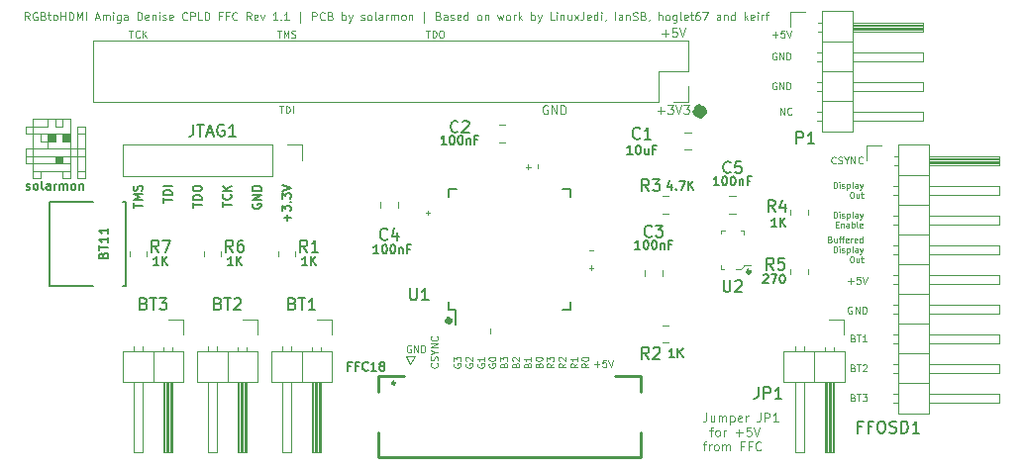
<source format=gbr>
%TF.GenerationSoftware,KiCad,Pcbnew,(5.1.9)-1*%
%TF.CreationDate,2021-07-28T13:21:10+01:00*%
%TF.ProjectId,RGBtoHDMI Amiga Denise CPLD FFC Rev 1.1,52474274-6f48-4444-9d49-20416d696761,rev?*%
%TF.SameCoordinates,Original*%
%TF.FileFunction,Legend,Top*%
%TF.FilePolarity,Positive*%
%FSLAX46Y46*%
G04 Gerber Fmt 4.6, Leading zero omitted, Abs format (unit mm)*
G04 Created by KiCad (PCBNEW (5.1.9)-1) date 2021-07-28 13:21:10*
%MOMM*%
%LPD*%
G01*
G04 APERTURE LIST*
%ADD10C,0.100000*%
%ADD11C,0.120000*%
%ADD12C,0.300000*%
%ADD13C,0.500000*%
%ADD14C,0.150000*%
%ADD15C,1.000000*%
%ADD16C,0.127000*%
%ADD17C,0.254000*%
G04 APERTURE END LIST*
D10*
X141454285Y-71426428D02*
X141797142Y-71426428D01*
X141625714Y-72026428D02*
X141625714Y-71426428D01*
X141997142Y-72026428D02*
X141997142Y-71426428D01*
X142140000Y-71426428D01*
X142225714Y-71455000D01*
X142282857Y-71512142D01*
X142311428Y-71569285D01*
X142340000Y-71683571D01*
X142340000Y-71769285D01*
X142311428Y-71883571D01*
X142282857Y-71940714D01*
X142225714Y-71997857D01*
X142140000Y-72026428D01*
X141997142Y-72026428D01*
X142711428Y-71426428D02*
X142825714Y-71426428D01*
X142882857Y-71455000D01*
X142940000Y-71512142D01*
X142968571Y-71626428D01*
X142968571Y-71826428D01*
X142940000Y-71940714D01*
X142882857Y-71997857D01*
X142825714Y-72026428D01*
X142711428Y-72026428D01*
X142654285Y-71997857D01*
X142597142Y-71940714D01*
X142568571Y-71826428D01*
X142568571Y-71626428D01*
X142597142Y-71512142D01*
X142654285Y-71455000D01*
X142711428Y-71426428D01*
X128925714Y-77903428D02*
X129268571Y-77903428D01*
X129097142Y-78503428D02*
X129097142Y-77903428D01*
X129468571Y-78503428D02*
X129468571Y-77903428D01*
X129611428Y-77903428D01*
X129697142Y-77932000D01*
X129754285Y-77989142D01*
X129782857Y-78046285D01*
X129811428Y-78160571D01*
X129811428Y-78246285D01*
X129782857Y-78360571D01*
X129754285Y-78417714D01*
X129697142Y-78474857D01*
X129611428Y-78503428D01*
X129468571Y-78503428D01*
X130068571Y-78503428D02*
X130068571Y-77903428D01*
X128740000Y-71426428D02*
X129082857Y-71426428D01*
X128911428Y-72026428D02*
X128911428Y-71426428D01*
X129282857Y-72026428D02*
X129282857Y-71426428D01*
X129482857Y-71855000D01*
X129682857Y-71426428D01*
X129682857Y-72026428D01*
X129940000Y-71997857D02*
X130025714Y-72026428D01*
X130168571Y-72026428D01*
X130225714Y-71997857D01*
X130254285Y-71969285D01*
X130282857Y-71912142D01*
X130282857Y-71855000D01*
X130254285Y-71797857D01*
X130225714Y-71769285D01*
X130168571Y-71740714D01*
X130054285Y-71712142D01*
X129997142Y-71683571D01*
X129968571Y-71655000D01*
X129940000Y-71597857D01*
X129940000Y-71540714D01*
X129968571Y-71483571D01*
X129997142Y-71455000D01*
X130054285Y-71426428D01*
X130197142Y-71426428D01*
X130282857Y-71455000D01*
X116068571Y-71426428D02*
X116411428Y-71426428D01*
X116240000Y-72026428D02*
X116240000Y-71426428D01*
X116954285Y-71969285D02*
X116925714Y-71997857D01*
X116840000Y-72026428D01*
X116782857Y-72026428D01*
X116697142Y-71997857D01*
X116640000Y-71940714D01*
X116611428Y-71883571D01*
X116582857Y-71769285D01*
X116582857Y-71683571D01*
X116611428Y-71569285D01*
X116640000Y-71512142D01*
X116697142Y-71455000D01*
X116782857Y-71426428D01*
X116840000Y-71426428D01*
X116925714Y-71455000D01*
X116954285Y-71483571D01*
X117211428Y-72026428D02*
X117211428Y-71426428D01*
X117554285Y-72026428D02*
X117297142Y-71683571D01*
X117554285Y-71426428D02*
X117211428Y-71769285D01*
X142390785Y-99904428D02*
X142419357Y-99933000D01*
X142447928Y-100018714D01*
X142447928Y-100075857D01*
X142419357Y-100161571D01*
X142362214Y-100218714D01*
X142305071Y-100247285D01*
X142190785Y-100275857D01*
X142105071Y-100275857D01*
X141990785Y-100247285D01*
X141933642Y-100218714D01*
X141876500Y-100161571D01*
X141847928Y-100075857D01*
X141847928Y-100018714D01*
X141876500Y-99933000D01*
X141905071Y-99904428D01*
X142419357Y-99675857D02*
X142447928Y-99590142D01*
X142447928Y-99447285D01*
X142419357Y-99390142D01*
X142390785Y-99361571D01*
X142333642Y-99333000D01*
X142276500Y-99333000D01*
X142219357Y-99361571D01*
X142190785Y-99390142D01*
X142162214Y-99447285D01*
X142133642Y-99561571D01*
X142105071Y-99618714D01*
X142076500Y-99647285D01*
X142019357Y-99675857D01*
X141962214Y-99675857D01*
X141905071Y-99647285D01*
X141876500Y-99618714D01*
X141847928Y-99561571D01*
X141847928Y-99418714D01*
X141876500Y-99333000D01*
X142162214Y-98961571D02*
X142447928Y-98961571D01*
X141847928Y-99161571D02*
X142162214Y-98961571D01*
X141847928Y-98761571D01*
X142447928Y-98561571D02*
X141847928Y-98561571D01*
X142447928Y-98218714D01*
X141847928Y-98218714D01*
X142390785Y-97590142D02*
X142419357Y-97618714D01*
X142447928Y-97704428D01*
X142447928Y-97761571D01*
X142419357Y-97847285D01*
X142362214Y-97904428D01*
X142305071Y-97933000D01*
X142190785Y-97961571D01*
X142105071Y-97961571D01*
X141990785Y-97933000D01*
X141933642Y-97904428D01*
X141876500Y-97847285D01*
X141847928Y-97761571D01*
X141847928Y-97704428D01*
X141876500Y-97618714D01*
X141905071Y-97590142D01*
X145877000Y-99950571D02*
X145848428Y-100007714D01*
X145848428Y-100093428D01*
X145877000Y-100179142D01*
X145934142Y-100236285D01*
X145991285Y-100264857D01*
X146105571Y-100293428D01*
X146191285Y-100293428D01*
X146305571Y-100264857D01*
X146362714Y-100236285D01*
X146419857Y-100179142D01*
X146448428Y-100093428D01*
X146448428Y-100036285D01*
X146419857Y-99950571D01*
X146391285Y-99922000D01*
X146191285Y-99922000D01*
X146191285Y-100036285D01*
X146448428Y-99350571D02*
X146448428Y-99693428D01*
X146448428Y-99522000D02*
X145848428Y-99522000D01*
X145934142Y-99579142D01*
X145991285Y-99636285D01*
X146019857Y-99693428D01*
X146829500Y-99950571D02*
X146800928Y-100007714D01*
X146800928Y-100093428D01*
X146829500Y-100179142D01*
X146886642Y-100236285D01*
X146943785Y-100264857D01*
X147058071Y-100293428D01*
X147143785Y-100293428D01*
X147258071Y-100264857D01*
X147315214Y-100236285D01*
X147372357Y-100179142D01*
X147400928Y-100093428D01*
X147400928Y-100036285D01*
X147372357Y-99950571D01*
X147343785Y-99922000D01*
X147143785Y-99922000D01*
X147143785Y-100036285D01*
X146800928Y-99550571D02*
X146800928Y-99493428D01*
X146829500Y-99436285D01*
X146858071Y-99407714D01*
X146915214Y-99379142D01*
X147029500Y-99350571D01*
X147172357Y-99350571D01*
X147286642Y-99379142D01*
X147343785Y-99407714D01*
X147372357Y-99436285D01*
X147400928Y-99493428D01*
X147400928Y-99550571D01*
X147372357Y-99607714D01*
X147343785Y-99636285D01*
X147286642Y-99664857D01*
X147172357Y-99693428D01*
X147029500Y-99693428D01*
X146915214Y-99664857D01*
X146858071Y-99636285D01*
X146829500Y-99607714D01*
X146800928Y-99550571D01*
X144861000Y-99950571D02*
X144832428Y-100007714D01*
X144832428Y-100093428D01*
X144861000Y-100179142D01*
X144918142Y-100236285D01*
X144975285Y-100264857D01*
X145089571Y-100293428D01*
X145175285Y-100293428D01*
X145289571Y-100264857D01*
X145346714Y-100236285D01*
X145403857Y-100179142D01*
X145432428Y-100093428D01*
X145432428Y-100036285D01*
X145403857Y-99950571D01*
X145375285Y-99922000D01*
X145175285Y-99922000D01*
X145175285Y-100036285D01*
X144889571Y-99693428D02*
X144861000Y-99664857D01*
X144832428Y-99607714D01*
X144832428Y-99464857D01*
X144861000Y-99407714D01*
X144889571Y-99379142D01*
X144946714Y-99350571D01*
X145003857Y-99350571D01*
X145089571Y-99379142D01*
X145432428Y-99722000D01*
X145432428Y-99350571D01*
X143845000Y-99950571D02*
X143816428Y-100007714D01*
X143816428Y-100093428D01*
X143845000Y-100179142D01*
X143902142Y-100236285D01*
X143959285Y-100264857D01*
X144073571Y-100293428D01*
X144159285Y-100293428D01*
X144273571Y-100264857D01*
X144330714Y-100236285D01*
X144387857Y-100179142D01*
X144416428Y-100093428D01*
X144416428Y-100036285D01*
X144387857Y-99950571D01*
X144359285Y-99922000D01*
X144159285Y-99922000D01*
X144159285Y-100036285D01*
X143816428Y-99722000D02*
X143816428Y-99350571D01*
X144045000Y-99550571D01*
X144045000Y-99464857D01*
X144073571Y-99407714D01*
X144102142Y-99379142D01*
X144159285Y-99350571D01*
X144302142Y-99350571D01*
X144359285Y-99379142D01*
X144387857Y-99407714D01*
X144416428Y-99464857D01*
X144416428Y-99636285D01*
X144387857Y-99693428D01*
X144359285Y-99722000D01*
X149118642Y-100064857D02*
X149147214Y-99979142D01*
X149175785Y-99950571D01*
X149232928Y-99922000D01*
X149318642Y-99922000D01*
X149375785Y-99950571D01*
X149404357Y-99979142D01*
X149432928Y-100036285D01*
X149432928Y-100264857D01*
X148832928Y-100264857D01*
X148832928Y-100064857D01*
X148861500Y-100007714D01*
X148890071Y-99979142D01*
X148947214Y-99950571D01*
X149004357Y-99950571D01*
X149061500Y-99979142D01*
X149090071Y-100007714D01*
X149118642Y-100064857D01*
X149118642Y-100264857D01*
X148890071Y-99693428D02*
X148861500Y-99664857D01*
X148832928Y-99607714D01*
X148832928Y-99464857D01*
X148861500Y-99407714D01*
X148890071Y-99379142D01*
X148947214Y-99350571D01*
X149004357Y-99350571D01*
X149090071Y-99379142D01*
X149432928Y-99722000D01*
X149432928Y-99350571D01*
X151087142Y-100064857D02*
X151115714Y-99979142D01*
X151144285Y-99950571D01*
X151201428Y-99922000D01*
X151287142Y-99922000D01*
X151344285Y-99950571D01*
X151372857Y-99979142D01*
X151401428Y-100036285D01*
X151401428Y-100264857D01*
X150801428Y-100264857D01*
X150801428Y-100064857D01*
X150830000Y-100007714D01*
X150858571Y-99979142D01*
X150915714Y-99950571D01*
X150972857Y-99950571D01*
X151030000Y-99979142D01*
X151058571Y-100007714D01*
X151087142Y-100064857D01*
X151087142Y-100264857D01*
X150801428Y-99550571D02*
X150801428Y-99493428D01*
X150830000Y-99436285D01*
X150858571Y-99407714D01*
X150915714Y-99379142D01*
X151030000Y-99350571D01*
X151172857Y-99350571D01*
X151287142Y-99379142D01*
X151344285Y-99407714D01*
X151372857Y-99436285D01*
X151401428Y-99493428D01*
X151401428Y-99550571D01*
X151372857Y-99607714D01*
X151344285Y-99636285D01*
X151287142Y-99664857D01*
X151172857Y-99693428D01*
X151030000Y-99693428D01*
X150915714Y-99664857D01*
X150858571Y-99636285D01*
X150830000Y-99607714D01*
X150801428Y-99550571D01*
X150134642Y-100064857D02*
X150163214Y-99979142D01*
X150191785Y-99950571D01*
X150248928Y-99922000D01*
X150334642Y-99922000D01*
X150391785Y-99950571D01*
X150420357Y-99979142D01*
X150448928Y-100036285D01*
X150448928Y-100264857D01*
X149848928Y-100264857D01*
X149848928Y-100064857D01*
X149877500Y-100007714D01*
X149906071Y-99979142D01*
X149963214Y-99950571D01*
X150020357Y-99950571D01*
X150077500Y-99979142D01*
X150106071Y-100007714D01*
X150134642Y-100064857D01*
X150134642Y-100264857D01*
X150448928Y-99350571D02*
X150448928Y-99693428D01*
X150448928Y-99522000D02*
X149848928Y-99522000D01*
X149934642Y-99579142D01*
X149991785Y-99636285D01*
X150020357Y-99693428D01*
X148102642Y-100064857D02*
X148131214Y-99979142D01*
X148159785Y-99950571D01*
X148216928Y-99922000D01*
X148302642Y-99922000D01*
X148359785Y-99950571D01*
X148388357Y-99979142D01*
X148416928Y-100036285D01*
X148416928Y-100264857D01*
X147816928Y-100264857D01*
X147816928Y-100064857D01*
X147845500Y-100007714D01*
X147874071Y-99979142D01*
X147931214Y-99950571D01*
X147988357Y-99950571D01*
X148045500Y-99979142D01*
X148074071Y-100007714D01*
X148102642Y-100064857D01*
X148102642Y-100264857D01*
X147816928Y-99722000D02*
X147816928Y-99350571D01*
X148045500Y-99550571D01*
X148045500Y-99464857D01*
X148074071Y-99407714D01*
X148102642Y-99379142D01*
X148159785Y-99350571D01*
X148302642Y-99350571D01*
X148359785Y-99379142D01*
X148388357Y-99407714D01*
X148416928Y-99464857D01*
X148416928Y-99636285D01*
X148388357Y-99693428D01*
X148359785Y-99722000D01*
X152353928Y-99922000D02*
X152068214Y-100122000D01*
X152353928Y-100264857D02*
X151753928Y-100264857D01*
X151753928Y-100036285D01*
X151782500Y-99979142D01*
X151811071Y-99950571D01*
X151868214Y-99922000D01*
X151953928Y-99922000D01*
X152011071Y-99950571D01*
X152039642Y-99979142D01*
X152068214Y-100036285D01*
X152068214Y-100264857D01*
X151753928Y-99722000D02*
X151753928Y-99350571D01*
X151982500Y-99550571D01*
X151982500Y-99464857D01*
X152011071Y-99407714D01*
X152039642Y-99379142D01*
X152096785Y-99350571D01*
X152239642Y-99350571D01*
X152296785Y-99379142D01*
X152325357Y-99407714D01*
X152353928Y-99464857D01*
X152353928Y-99636285D01*
X152325357Y-99693428D01*
X152296785Y-99722000D01*
X140131857Y-98379000D02*
X140074714Y-98350428D01*
X139989000Y-98350428D01*
X139903285Y-98379000D01*
X139846142Y-98436142D01*
X139817571Y-98493285D01*
X139789000Y-98607571D01*
X139789000Y-98693285D01*
X139817571Y-98807571D01*
X139846142Y-98864714D01*
X139903285Y-98921857D01*
X139989000Y-98950428D01*
X140046142Y-98950428D01*
X140131857Y-98921857D01*
X140160428Y-98893285D01*
X140160428Y-98693285D01*
X140046142Y-98693285D01*
X140417571Y-98950428D02*
X140417571Y-98350428D01*
X140760428Y-98950428D01*
X140760428Y-98350428D01*
X141046142Y-98950428D02*
X141046142Y-98350428D01*
X141189000Y-98350428D01*
X141274714Y-98379000D01*
X141331857Y-98436142D01*
X141360428Y-98493285D01*
X141389000Y-98607571D01*
X141389000Y-98693285D01*
X141360428Y-98807571D01*
X141331857Y-98864714D01*
X141274714Y-98921857D01*
X141189000Y-98950428D01*
X141046142Y-98950428D01*
X153369928Y-99922000D02*
X153084214Y-100122000D01*
X153369928Y-100264857D02*
X152769928Y-100264857D01*
X152769928Y-100036285D01*
X152798500Y-99979142D01*
X152827071Y-99950571D01*
X152884214Y-99922000D01*
X152969928Y-99922000D01*
X153027071Y-99950571D01*
X153055642Y-99979142D01*
X153084214Y-100036285D01*
X153084214Y-100264857D01*
X152827071Y-99693428D02*
X152798500Y-99664857D01*
X152769928Y-99607714D01*
X152769928Y-99464857D01*
X152798500Y-99407714D01*
X152827071Y-99379142D01*
X152884214Y-99350571D01*
X152941357Y-99350571D01*
X153027071Y-99379142D01*
X153369928Y-99722000D01*
X153369928Y-99350571D01*
X154385928Y-99922000D02*
X154100214Y-100122000D01*
X154385928Y-100264857D02*
X153785928Y-100264857D01*
X153785928Y-100036285D01*
X153814500Y-99979142D01*
X153843071Y-99950571D01*
X153900214Y-99922000D01*
X153985928Y-99922000D01*
X154043071Y-99950571D01*
X154071642Y-99979142D01*
X154100214Y-100036285D01*
X154100214Y-100264857D01*
X154385928Y-99350571D02*
X154385928Y-99693428D01*
X154385928Y-99522000D02*
X153785928Y-99522000D01*
X153871642Y-99579142D01*
X153928785Y-99636285D01*
X153957357Y-99693428D01*
X155338428Y-99922000D02*
X155052714Y-100122000D01*
X155338428Y-100264857D02*
X154738428Y-100264857D01*
X154738428Y-100036285D01*
X154767000Y-99979142D01*
X154795571Y-99950571D01*
X154852714Y-99922000D01*
X154938428Y-99922000D01*
X154995571Y-99950571D01*
X155024142Y-99979142D01*
X155052714Y-100036285D01*
X155052714Y-100264857D01*
X154738428Y-99550571D02*
X154738428Y-99493428D01*
X154767000Y-99436285D01*
X154795571Y-99407714D01*
X154852714Y-99379142D01*
X154967000Y-99350571D01*
X155109857Y-99350571D01*
X155224142Y-99379142D01*
X155281285Y-99407714D01*
X155309857Y-99436285D01*
X155338428Y-99493428D01*
X155338428Y-99550571D01*
X155309857Y-99607714D01*
X155281285Y-99636285D01*
X155224142Y-99664857D01*
X155109857Y-99693428D01*
X154967000Y-99693428D01*
X154852714Y-99664857D01*
X154795571Y-99636285D01*
X154767000Y-99607714D01*
X154738428Y-99550571D01*
X155819571Y-99991857D02*
X156276714Y-99991857D01*
X156048142Y-100220428D02*
X156048142Y-99763285D01*
X156848142Y-99620428D02*
X156562428Y-99620428D01*
X156533857Y-99906142D01*
X156562428Y-99877571D01*
X156619571Y-99849000D01*
X156762428Y-99849000D01*
X156819571Y-99877571D01*
X156848142Y-99906142D01*
X156876714Y-99963285D01*
X156876714Y-100106142D01*
X156848142Y-100163285D01*
X156819571Y-100191857D01*
X156762428Y-100220428D01*
X156619571Y-100220428D01*
X156562428Y-100191857D01*
X156533857Y-100163285D01*
X157048142Y-99620428D02*
X157248142Y-100220428D01*
X157448142Y-99620428D01*
D11*
X140081000Y-99949000D02*
X139700000Y-99314000D01*
X140462000Y-99314000D02*
X140081000Y-99949000D01*
X139700000Y-99314000D02*
X140462000Y-99314000D01*
D10*
X176004000Y-89284285D02*
X176075428Y-89308095D01*
X176099238Y-89331904D01*
X176123047Y-89379523D01*
X176123047Y-89450952D01*
X176099238Y-89498571D01*
X176075428Y-89522380D01*
X176027809Y-89546190D01*
X175837333Y-89546190D01*
X175837333Y-89046190D01*
X176004000Y-89046190D01*
X176051619Y-89070000D01*
X176075428Y-89093809D01*
X176099238Y-89141428D01*
X176099238Y-89189047D01*
X176075428Y-89236666D01*
X176051619Y-89260476D01*
X176004000Y-89284285D01*
X175837333Y-89284285D01*
X176551619Y-89212857D02*
X176551619Y-89546190D01*
X176337333Y-89212857D02*
X176337333Y-89474761D01*
X176361143Y-89522380D01*
X176408762Y-89546190D01*
X176480190Y-89546190D01*
X176527809Y-89522380D01*
X176551619Y-89498571D01*
X176718285Y-89212857D02*
X176908762Y-89212857D01*
X176789714Y-89546190D02*
X176789714Y-89117619D01*
X176813523Y-89070000D01*
X176861143Y-89046190D01*
X176908762Y-89046190D01*
X177004000Y-89212857D02*
X177194476Y-89212857D01*
X177075428Y-89546190D02*
X177075428Y-89117619D01*
X177099238Y-89070000D01*
X177146857Y-89046190D01*
X177194476Y-89046190D01*
X177551619Y-89522380D02*
X177504000Y-89546190D01*
X177408762Y-89546190D01*
X177361143Y-89522380D01*
X177337333Y-89474761D01*
X177337333Y-89284285D01*
X177361143Y-89236666D01*
X177408762Y-89212857D01*
X177504000Y-89212857D01*
X177551619Y-89236666D01*
X177575428Y-89284285D01*
X177575428Y-89331904D01*
X177337333Y-89379523D01*
X177789714Y-89546190D02*
X177789714Y-89212857D01*
X177789714Y-89308095D02*
X177813523Y-89260476D01*
X177837333Y-89236666D01*
X177884952Y-89212857D01*
X177932571Y-89212857D01*
X178289714Y-89522380D02*
X178242095Y-89546190D01*
X178146857Y-89546190D01*
X178099238Y-89522380D01*
X178075428Y-89474761D01*
X178075428Y-89284285D01*
X178099238Y-89236666D01*
X178146857Y-89212857D01*
X178242095Y-89212857D01*
X178289714Y-89236666D01*
X178313523Y-89284285D01*
X178313523Y-89331904D01*
X178075428Y-89379523D01*
X178742095Y-89546190D02*
X178742095Y-89046190D01*
X178742095Y-89522380D02*
X178694476Y-89546190D01*
X178599238Y-89546190D01*
X178551619Y-89522380D01*
X178527809Y-89498571D01*
X178504000Y-89450952D01*
X178504000Y-89308095D01*
X178527809Y-89260476D01*
X178551619Y-89236666D01*
X178599238Y-89212857D01*
X178694476Y-89212857D01*
X178742095Y-89236666D01*
X176289714Y-90396190D02*
X176289714Y-89896190D01*
X176408762Y-89896190D01*
X176480190Y-89920000D01*
X176527809Y-89967619D01*
X176551619Y-90015238D01*
X176575428Y-90110476D01*
X176575428Y-90181904D01*
X176551619Y-90277142D01*
X176527809Y-90324761D01*
X176480190Y-90372380D01*
X176408762Y-90396190D01*
X176289714Y-90396190D01*
X176789714Y-90396190D02*
X176789714Y-90062857D01*
X176789714Y-89896190D02*
X176765904Y-89920000D01*
X176789714Y-89943809D01*
X176813523Y-89920000D01*
X176789714Y-89896190D01*
X176789714Y-89943809D01*
X177004000Y-90372380D02*
X177051619Y-90396190D01*
X177146857Y-90396190D01*
X177194476Y-90372380D01*
X177218285Y-90324761D01*
X177218285Y-90300952D01*
X177194476Y-90253333D01*
X177146857Y-90229523D01*
X177075428Y-90229523D01*
X177027809Y-90205714D01*
X177004000Y-90158095D01*
X177004000Y-90134285D01*
X177027809Y-90086666D01*
X177075428Y-90062857D01*
X177146857Y-90062857D01*
X177194476Y-90086666D01*
X177432571Y-90062857D02*
X177432571Y-90562857D01*
X177432571Y-90086666D02*
X177480190Y-90062857D01*
X177575428Y-90062857D01*
X177623047Y-90086666D01*
X177646857Y-90110476D01*
X177670666Y-90158095D01*
X177670666Y-90300952D01*
X177646857Y-90348571D01*
X177623047Y-90372380D01*
X177575428Y-90396190D01*
X177480190Y-90396190D01*
X177432571Y-90372380D01*
X177956381Y-90396190D02*
X177908762Y-90372380D01*
X177884952Y-90324761D01*
X177884952Y-89896190D01*
X178361143Y-90396190D02*
X178361143Y-90134285D01*
X178337333Y-90086666D01*
X178289714Y-90062857D01*
X178194476Y-90062857D01*
X178146857Y-90086666D01*
X178361143Y-90372380D02*
X178313523Y-90396190D01*
X178194476Y-90396190D01*
X178146857Y-90372380D01*
X178123047Y-90324761D01*
X178123047Y-90277142D01*
X178146857Y-90229523D01*
X178194476Y-90205714D01*
X178313523Y-90205714D01*
X178361143Y-90181904D01*
X178551619Y-90062857D02*
X178670666Y-90396190D01*
X178789714Y-90062857D02*
X178670666Y-90396190D01*
X178623047Y-90515238D01*
X178599238Y-90539047D01*
X178551619Y-90562857D01*
X177813523Y-90746190D02*
X177908762Y-90746190D01*
X177956381Y-90770000D01*
X178004000Y-90817619D01*
X178027809Y-90912857D01*
X178027809Y-91079523D01*
X178004000Y-91174761D01*
X177956381Y-91222380D01*
X177908762Y-91246190D01*
X177813523Y-91246190D01*
X177765904Y-91222380D01*
X177718285Y-91174761D01*
X177694476Y-91079523D01*
X177694476Y-90912857D01*
X177718285Y-90817619D01*
X177765904Y-90770000D01*
X177813523Y-90746190D01*
X178456381Y-90912857D02*
X178456381Y-91246190D01*
X178242095Y-90912857D02*
X178242095Y-91174761D01*
X178265904Y-91222380D01*
X178313523Y-91246190D01*
X178384952Y-91246190D01*
X178432571Y-91222380D01*
X178456381Y-91198571D01*
X178623047Y-90912857D02*
X178813523Y-90912857D01*
X178694476Y-90746190D02*
X178694476Y-91174761D01*
X178718285Y-91222380D01*
X178765904Y-91246190D01*
X178813523Y-91246190D01*
X176289714Y-87431190D02*
X176289714Y-86931190D01*
X176408762Y-86931190D01*
X176480190Y-86955000D01*
X176527809Y-87002619D01*
X176551619Y-87050238D01*
X176575428Y-87145476D01*
X176575428Y-87216904D01*
X176551619Y-87312142D01*
X176527809Y-87359761D01*
X176480190Y-87407380D01*
X176408762Y-87431190D01*
X176289714Y-87431190D01*
X176789714Y-87431190D02*
X176789714Y-87097857D01*
X176789714Y-86931190D02*
X176765904Y-86955000D01*
X176789714Y-86978809D01*
X176813523Y-86955000D01*
X176789714Y-86931190D01*
X176789714Y-86978809D01*
X177004000Y-87407380D02*
X177051619Y-87431190D01*
X177146857Y-87431190D01*
X177194476Y-87407380D01*
X177218285Y-87359761D01*
X177218285Y-87335952D01*
X177194476Y-87288333D01*
X177146857Y-87264523D01*
X177075428Y-87264523D01*
X177027809Y-87240714D01*
X177004000Y-87193095D01*
X177004000Y-87169285D01*
X177027809Y-87121666D01*
X177075428Y-87097857D01*
X177146857Y-87097857D01*
X177194476Y-87121666D01*
X177432571Y-87097857D02*
X177432571Y-87597857D01*
X177432571Y-87121666D02*
X177480190Y-87097857D01*
X177575428Y-87097857D01*
X177623047Y-87121666D01*
X177646857Y-87145476D01*
X177670666Y-87193095D01*
X177670666Y-87335952D01*
X177646857Y-87383571D01*
X177623047Y-87407380D01*
X177575428Y-87431190D01*
X177480190Y-87431190D01*
X177432571Y-87407380D01*
X177956381Y-87431190D02*
X177908762Y-87407380D01*
X177884952Y-87359761D01*
X177884952Y-86931190D01*
X178361143Y-87431190D02*
X178361143Y-87169285D01*
X178337333Y-87121666D01*
X178289714Y-87097857D01*
X178194476Y-87097857D01*
X178146857Y-87121666D01*
X178361143Y-87407380D02*
X178313523Y-87431190D01*
X178194476Y-87431190D01*
X178146857Y-87407380D01*
X178123047Y-87359761D01*
X178123047Y-87312142D01*
X178146857Y-87264523D01*
X178194476Y-87240714D01*
X178313523Y-87240714D01*
X178361143Y-87216904D01*
X178551619Y-87097857D02*
X178670666Y-87431190D01*
X178789714Y-87097857D02*
X178670666Y-87431190D01*
X178623047Y-87550238D01*
X178599238Y-87574047D01*
X178551619Y-87597857D01*
X176480190Y-88019285D02*
X176646857Y-88019285D01*
X176718285Y-88281190D02*
X176480190Y-88281190D01*
X176480190Y-87781190D01*
X176718285Y-87781190D01*
X176932571Y-87947857D02*
X176932571Y-88281190D01*
X176932571Y-87995476D02*
X176956381Y-87971666D01*
X177004000Y-87947857D01*
X177075428Y-87947857D01*
X177123047Y-87971666D01*
X177146857Y-88019285D01*
X177146857Y-88281190D01*
X177599238Y-88281190D02*
X177599238Y-88019285D01*
X177575428Y-87971666D01*
X177527809Y-87947857D01*
X177432571Y-87947857D01*
X177384952Y-87971666D01*
X177599238Y-88257380D02*
X177551619Y-88281190D01*
X177432571Y-88281190D01*
X177384952Y-88257380D01*
X177361143Y-88209761D01*
X177361143Y-88162142D01*
X177384952Y-88114523D01*
X177432571Y-88090714D01*
X177551619Y-88090714D01*
X177599238Y-88066904D01*
X177837333Y-88281190D02*
X177837333Y-87781190D01*
X177837333Y-87971666D02*
X177884952Y-87947857D01*
X177980190Y-87947857D01*
X178027809Y-87971666D01*
X178051619Y-87995476D01*
X178075428Y-88043095D01*
X178075428Y-88185952D01*
X178051619Y-88233571D01*
X178027809Y-88257380D01*
X177980190Y-88281190D01*
X177884952Y-88281190D01*
X177837333Y-88257380D01*
X178361143Y-88281190D02*
X178313523Y-88257380D01*
X178289714Y-88209761D01*
X178289714Y-87781190D01*
X178742095Y-88257380D02*
X178694476Y-88281190D01*
X178599238Y-88281190D01*
X178551619Y-88257380D01*
X178527809Y-88209761D01*
X178527809Y-88019285D01*
X178551619Y-87971666D01*
X178599238Y-87947857D01*
X178694476Y-87947857D01*
X178742095Y-87971666D01*
X178765904Y-88019285D01*
X178765904Y-88066904D01*
X178527809Y-88114523D01*
X176289714Y-84891190D02*
X176289714Y-84391190D01*
X176408762Y-84391190D01*
X176480190Y-84415000D01*
X176527809Y-84462619D01*
X176551619Y-84510238D01*
X176575428Y-84605476D01*
X176575428Y-84676904D01*
X176551619Y-84772142D01*
X176527809Y-84819761D01*
X176480190Y-84867380D01*
X176408762Y-84891190D01*
X176289714Y-84891190D01*
X176789714Y-84891190D02*
X176789714Y-84557857D01*
X176789714Y-84391190D02*
X176765904Y-84415000D01*
X176789714Y-84438809D01*
X176813523Y-84415000D01*
X176789714Y-84391190D01*
X176789714Y-84438809D01*
X177004000Y-84867380D02*
X177051619Y-84891190D01*
X177146857Y-84891190D01*
X177194476Y-84867380D01*
X177218285Y-84819761D01*
X177218285Y-84795952D01*
X177194476Y-84748333D01*
X177146857Y-84724523D01*
X177075428Y-84724523D01*
X177027809Y-84700714D01*
X177004000Y-84653095D01*
X177004000Y-84629285D01*
X177027809Y-84581666D01*
X177075428Y-84557857D01*
X177146857Y-84557857D01*
X177194476Y-84581666D01*
X177432571Y-84557857D02*
X177432571Y-85057857D01*
X177432571Y-84581666D02*
X177480190Y-84557857D01*
X177575428Y-84557857D01*
X177623047Y-84581666D01*
X177646857Y-84605476D01*
X177670666Y-84653095D01*
X177670666Y-84795952D01*
X177646857Y-84843571D01*
X177623047Y-84867380D01*
X177575428Y-84891190D01*
X177480190Y-84891190D01*
X177432571Y-84867380D01*
X177956381Y-84891190D02*
X177908762Y-84867380D01*
X177884952Y-84819761D01*
X177884952Y-84391190D01*
X178361143Y-84891190D02*
X178361143Y-84629285D01*
X178337333Y-84581666D01*
X178289714Y-84557857D01*
X178194476Y-84557857D01*
X178146857Y-84581666D01*
X178361143Y-84867380D02*
X178313523Y-84891190D01*
X178194476Y-84891190D01*
X178146857Y-84867380D01*
X178123047Y-84819761D01*
X178123047Y-84772142D01*
X178146857Y-84724523D01*
X178194476Y-84700714D01*
X178313523Y-84700714D01*
X178361143Y-84676904D01*
X178551619Y-84557857D02*
X178670666Y-84891190D01*
X178789714Y-84557857D02*
X178670666Y-84891190D01*
X178623047Y-85010238D01*
X178599238Y-85034047D01*
X178551619Y-85057857D01*
X177813523Y-85241190D02*
X177908762Y-85241190D01*
X177956381Y-85265000D01*
X178004000Y-85312619D01*
X178027809Y-85407857D01*
X178027809Y-85574523D01*
X178004000Y-85669761D01*
X177956381Y-85717380D01*
X177908762Y-85741190D01*
X177813523Y-85741190D01*
X177765904Y-85717380D01*
X177718285Y-85669761D01*
X177694476Y-85574523D01*
X177694476Y-85407857D01*
X177718285Y-85312619D01*
X177765904Y-85265000D01*
X177813523Y-85241190D01*
X178456381Y-85407857D02*
X178456381Y-85741190D01*
X178242095Y-85407857D02*
X178242095Y-85669761D01*
X178265904Y-85717380D01*
X178313523Y-85741190D01*
X178384952Y-85741190D01*
X178432571Y-85717380D01*
X178456381Y-85693571D01*
X178623047Y-85407857D02*
X178813523Y-85407857D01*
X178694476Y-85241190D02*
X178694476Y-85669761D01*
X178718285Y-85717380D01*
X178765904Y-85741190D01*
X178813523Y-85741190D01*
X176447571Y-82764285D02*
X176419000Y-82792857D01*
X176333285Y-82821428D01*
X176276142Y-82821428D01*
X176190428Y-82792857D01*
X176133285Y-82735714D01*
X176104714Y-82678571D01*
X176076142Y-82564285D01*
X176076142Y-82478571D01*
X176104714Y-82364285D01*
X176133285Y-82307142D01*
X176190428Y-82250000D01*
X176276142Y-82221428D01*
X176333285Y-82221428D01*
X176419000Y-82250000D01*
X176447571Y-82278571D01*
X176676142Y-82792857D02*
X176761857Y-82821428D01*
X176904714Y-82821428D01*
X176961857Y-82792857D01*
X176990428Y-82764285D01*
X177019000Y-82707142D01*
X177019000Y-82650000D01*
X176990428Y-82592857D01*
X176961857Y-82564285D01*
X176904714Y-82535714D01*
X176790428Y-82507142D01*
X176733285Y-82478571D01*
X176704714Y-82450000D01*
X176676142Y-82392857D01*
X176676142Y-82335714D01*
X176704714Y-82278571D01*
X176733285Y-82250000D01*
X176790428Y-82221428D01*
X176933285Y-82221428D01*
X177019000Y-82250000D01*
X177390428Y-82535714D02*
X177390428Y-82821428D01*
X177190428Y-82221428D02*
X177390428Y-82535714D01*
X177590428Y-82221428D01*
X177790428Y-82821428D02*
X177790428Y-82221428D01*
X178133285Y-82821428D01*
X178133285Y-82221428D01*
X178761857Y-82764285D02*
X178733285Y-82792857D01*
X178647571Y-82821428D01*
X178590428Y-82821428D01*
X178504714Y-82792857D01*
X178447571Y-82735714D01*
X178419000Y-82678571D01*
X178390428Y-82564285D01*
X178390428Y-82478571D01*
X178419000Y-82364285D01*
X178447571Y-82307142D01*
X178504714Y-82250000D01*
X178590428Y-82221428D01*
X178647571Y-82221428D01*
X178733285Y-82250000D01*
X178761857Y-82278571D01*
X171740571Y-78630428D02*
X171740571Y-78030428D01*
X172083428Y-78630428D01*
X172083428Y-78030428D01*
X172712000Y-78573285D02*
X172683428Y-78601857D01*
X172597714Y-78630428D01*
X172540571Y-78630428D01*
X172454857Y-78601857D01*
X172397714Y-78544714D01*
X172369142Y-78487571D01*
X172340571Y-78373285D01*
X172340571Y-78287571D01*
X172369142Y-78173285D01*
X172397714Y-78116142D01*
X172454857Y-78059000D01*
X172540571Y-78030428D01*
X172597714Y-78030428D01*
X172683428Y-78059000D01*
X172712000Y-78087571D01*
X171373857Y-75900000D02*
X171316714Y-75871428D01*
X171231000Y-75871428D01*
X171145285Y-75900000D01*
X171088142Y-75957142D01*
X171059571Y-76014285D01*
X171031000Y-76128571D01*
X171031000Y-76214285D01*
X171059571Y-76328571D01*
X171088142Y-76385714D01*
X171145285Y-76442857D01*
X171231000Y-76471428D01*
X171288142Y-76471428D01*
X171373857Y-76442857D01*
X171402428Y-76414285D01*
X171402428Y-76214285D01*
X171288142Y-76214285D01*
X171659571Y-76471428D02*
X171659571Y-75871428D01*
X172002428Y-76471428D01*
X172002428Y-75871428D01*
X172288142Y-76471428D02*
X172288142Y-75871428D01*
X172431000Y-75871428D01*
X172516714Y-75900000D01*
X172573857Y-75957142D01*
X172602428Y-76014285D01*
X172631000Y-76128571D01*
X172631000Y-76214285D01*
X172602428Y-76328571D01*
X172573857Y-76385714D01*
X172516714Y-76442857D01*
X172431000Y-76471428D01*
X172288142Y-76471428D01*
X171373857Y-73360000D02*
X171316714Y-73331428D01*
X171231000Y-73331428D01*
X171145285Y-73360000D01*
X171088142Y-73417142D01*
X171059571Y-73474285D01*
X171031000Y-73588571D01*
X171031000Y-73674285D01*
X171059571Y-73788571D01*
X171088142Y-73845714D01*
X171145285Y-73902857D01*
X171231000Y-73931428D01*
X171288142Y-73931428D01*
X171373857Y-73902857D01*
X171402428Y-73874285D01*
X171402428Y-73674285D01*
X171288142Y-73674285D01*
X171659571Y-73931428D02*
X171659571Y-73331428D01*
X172002428Y-73931428D01*
X172002428Y-73331428D01*
X172288142Y-73931428D02*
X172288142Y-73331428D01*
X172431000Y-73331428D01*
X172516714Y-73360000D01*
X172573857Y-73417142D01*
X172602428Y-73474285D01*
X172631000Y-73588571D01*
X172631000Y-73674285D01*
X172602428Y-73788571D01*
X172573857Y-73845714D01*
X172516714Y-73902857D01*
X172431000Y-73931428D01*
X172288142Y-73931428D01*
X171059571Y-71797857D02*
X171516714Y-71797857D01*
X171288142Y-72026428D02*
X171288142Y-71569285D01*
X172088142Y-71426428D02*
X171802428Y-71426428D01*
X171773857Y-71712142D01*
X171802428Y-71683571D01*
X171859571Y-71655000D01*
X172002428Y-71655000D01*
X172059571Y-71683571D01*
X172088142Y-71712142D01*
X172116714Y-71769285D01*
X172116714Y-71912142D01*
X172088142Y-71969285D01*
X172059571Y-71997857D01*
X172002428Y-72026428D01*
X171859571Y-72026428D01*
X171802428Y-71997857D01*
X171773857Y-71969285D01*
X172288142Y-71426428D02*
X172488142Y-72026428D01*
X172688142Y-71426428D01*
X165430857Y-104155285D02*
X165430857Y-104691000D01*
X165395142Y-104798142D01*
X165323714Y-104869571D01*
X165216571Y-104905285D01*
X165145142Y-104905285D01*
X166109428Y-104405285D02*
X166109428Y-104905285D01*
X165788000Y-104405285D02*
X165788000Y-104798142D01*
X165823714Y-104869571D01*
X165895142Y-104905285D01*
X166002285Y-104905285D01*
X166073714Y-104869571D01*
X166109428Y-104833857D01*
X166466571Y-104905285D02*
X166466571Y-104405285D01*
X166466571Y-104476714D02*
X166502285Y-104441000D01*
X166573714Y-104405285D01*
X166680857Y-104405285D01*
X166752285Y-104441000D01*
X166788000Y-104512428D01*
X166788000Y-104905285D01*
X166788000Y-104512428D02*
X166823714Y-104441000D01*
X166895142Y-104405285D01*
X167002285Y-104405285D01*
X167073714Y-104441000D01*
X167109428Y-104512428D01*
X167109428Y-104905285D01*
X167466571Y-104405285D02*
X167466571Y-105155285D01*
X167466571Y-104441000D02*
X167538000Y-104405285D01*
X167680857Y-104405285D01*
X167752285Y-104441000D01*
X167788000Y-104476714D01*
X167823714Y-104548142D01*
X167823714Y-104762428D01*
X167788000Y-104833857D01*
X167752285Y-104869571D01*
X167680857Y-104905285D01*
X167538000Y-104905285D01*
X167466571Y-104869571D01*
X168430857Y-104869571D02*
X168359428Y-104905285D01*
X168216571Y-104905285D01*
X168145142Y-104869571D01*
X168109428Y-104798142D01*
X168109428Y-104512428D01*
X168145142Y-104441000D01*
X168216571Y-104405285D01*
X168359428Y-104405285D01*
X168430857Y-104441000D01*
X168466571Y-104512428D01*
X168466571Y-104583857D01*
X168109428Y-104655285D01*
X168788000Y-104905285D02*
X168788000Y-104405285D01*
X168788000Y-104548142D02*
X168823714Y-104476714D01*
X168859428Y-104441000D01*
X168930857Y-104405285D01*
X169002285Y-104405285D01*
X170038000Y-104155285D02*
X170038000Y-104691000D01*
X170002285Y-104798142D01*
X169930857Y-104869571D01*
X169823714Y-104905285D01*
X169752285Y-104905285D01*
X170395142Y-104905285D02*
X170395142Y-104155285D01*
X170680857Y-104155285D01*
X170752285Y-104191000D01*
X170788000Y-104226714D01*
X170823714Y-104298142D01*
X170823714Y-104405285D01*
X170788000Y-104476714D01*
X170752285Y-104512428D01*
X170680857Y-104548142D01*
X170395142Y-104548142D01*
X171538000Y-104905285D02*
X171109428Y-104905285D01*
X171323714Y-104905285D02*
X171323714Y-104155285D01*
X171252285Y-104262428D01*
X171180857Y-104333857D01*
X171109428Y-104369571D01*
X165680857Y-105630285D02*
X165966571Y-105630285D01*
X165788000Y-106130285D02*
X165788000Y-105487428D01*
X165823714Y-105416000D01*
X165895142Y-105380285D01*
X165966571Y-105380285D01*
X166323714Y-106130285D02*
X166252285Y-106094571D01*
X166216571Y-106058857D01*
X166180857Y-105987428D01*
X166180857Y-105773142D01*
X166216571Y-105701714D01*
X166252285Y-105666000D01*
X166323714Y-105630285D01*
X166430857Y-105630285D01*
X166502285Y-105666000D01*
X166538000Y-105701714D01*
X166573714Y-105773142D01*
X166573714Y-105987428D01*
X166538000Y-106058857D01*
X166502285Y-106094571D01*
X166430857Y-106130285D01*
X166323714Y-106130285D01*
X166895142Y-106130285D02*
X166895142Y-105630285D01*
X166895142Y-105773142D02*
X166930857Y-105701714D01*
X166966571Y-105666000D01*
X167038000Y-105630285D01*
X167109428Y-105630285D01*
X167930857Y-105844571D02*
X168502285Y-105844571D01*
X168216571Y-106130285D02*
X168216571Y-105558857D01*
X169216571Y-105380285D02*
X168859428Y-105380285D01*
X168823714Y-105737428D01*
X168859428Y-105701714D01*
X168930857Y-105666000D01*
X169109428Y-105666000D01*
X169180857Y-105701714D01*
X169216571Y-105737428D01*
X169252285Y-105808857D01*
X169252285Y-105987428D01*
X169216571Y-106058857D01*
X169180857Y-106094571D01*
X169109428Y-106130285D01*
X168930857Y-106130285D01*
X168859428Y-106094571D01*
X168823714Y-106058857D01*
X169466571Y-105380285D02*
X169716571Y-106130285D01*
X169966571Y-105380285D01*
X165109428Y-106855285D02*
X165395142Y-106855285D01*
X165216571Y-107355285D02*
X165216571Y-106712428D01*
X165252285Y-106641000D01*
X165323714Y-106605285D01*
X165395142Y-106605285D01*
X165645142Y-107355285D02*
X165645142Y-106855285D01*
X165645142Y-106998142D02*
X165680857Y-106926714D01*
X165716571Y-106891000D01*
X165788000Y-106855285D01*
X165859428Y-106855285D01*
X166216571Y-107355285D02*
X166145142Y-107319571D01*
X166109428Y-107283857D01*
X166073714Y-107212428D01*
X166073714Y-106998142D01*
X166109428Y-106926714D01*
X166145142Y-106891000D01*
X166216571Y-106855285D01*
X166323714Y-106855285D01*
X166395142Y-106891000D01*
X166430857Y-106926714D01*
X166466571Y-106998142D01*
X166466571Y-107212428D01*
X166430857Y-107283857D01*
X166395142Y-107319571D01*
X166323714Y-107355285D01*
X166216571Y-107355285D01*
X166788000Y-107355285D02*
X166788000Y-106855285D01*
X166788000Y-106926714D02*
X166823714Y-106891000D01*
X166895142Y-106855285D01*
X167002285Y-106855285D01*
X167073714Y-106891000D01*
X167109428Y-106962428D01*
X167109428Y-107355285D01*
X167109428Y-106962428D02*
X167145142Y-106891000D01*
X167216571Y-106855285D01*
X167323714Y-106855285D01*
X167395142Y-106891000D01*
X167430857Y-106962428D01*
X167430857Y-107355285D01*
X168609428Y-106962428D02*
X168359428Y-106962428D01*
X168359428Y-107355285D02*
X168359428Y-106605285D01*
X168716571Y-106605285D01*
X169252285Y-106962428D02*
X169002285Y-106962428D01*
X169002285Y-107355285D02*
X169002285Y-106605285D01*
X169359428Y-106605285D01*
X170073714Y-107283857D02*
X170038000Y-107319571D01*
X169930857Y-107355285D01*
X169859428Y-107355285D01*
X169752285Y-107319571D01*
X169680857Y-107248142D01*
X169645142Y-107176714D01*
X169609428Y-107033857D01*
X169609428Y-106926714D01*
X169645142Y-106783857D01*
X169680857Y-106712428D01*
X169752285Y-106641000D01*
X169859428Y-106605285D01*
X169930857Y-106605285D01*
X170038000Y-106641000D01*
X170073714Y-106676714D01*
X177963571Y-102827142D02*
X178049285Y-102855714D01*
X178077857Y-102884285D01*
X178106428Y-102941428D01*
X178106428Y-103027142D01*
X178077857Y-103084285D01*
X178049285Y-103112857D01*
X177992142Y-103141428D01*
X177763571Y-103141428D01*
X177763571Y-102541428D01*
X177963571Y-102541428D01*
X178020714Y-102570000D01*
X178049285Y-102598571D01*
X178077857Y-102655714D01*
X178077857Y-102712857D01*
X178049285Y-102770000D01*
X178020714Y-102798571D01*
X177963571Y-102827142D01*
X177763571Y-102827142D01*
X178277857Y-102541428D02*
X178620714Y-102541428D01*
X178449285Y-103141428D02*
X178449285Y-102541428D01*
X178763571Y-102541428D02*
X179135000Y-102541428D01*
X178935000Y-102770000D01*
X179020714Y-102770000D01*
X179077857Y-102798571D01*
X179106428Y-102827142D01*
X179135000Y-102884285D01*
X179135000Y-103027142D01*
X179106428Y-103084285D01*
X179077857Y-103112857D01*
X179020714Y-103141428D01*
X178849285Y-103141428D01*
X178792142Y-103112857D01*
X178763571Y-103084285D01*
X177963571Y-100287142D02*
X178049285Y-100315714D01*
X178077857Y-100344285D01*
X178106428Y-100401428D01*
X178106428Y-100487142D01*
X178077857Y-100544285D01*
X178049285Y-100572857D01*
X177992142Y-100601428D01*
X177763571Y-100601428D01*
X177763571Y-100001428D01*
X177963571Y-100001428D01*
X178020714Y-100030000D01*
X178049285Y-100058571D01*
X178077857Y-100115714D01*
X178077857Y-100172857D01*
X178049285Y-100230000D01*
X178020714Y-100258571D01*
X177963571Y-100287142D01*
X177763571Y-100287142D01*
X178277857Y-100001428D02*
X178620714Y-100001428D01*
X178449285Y-100601428D02*
X178449285Y-100001428D01*
X178792142Y-100058571D02*
X178820714Y-100030000D01*
X178877857Y-100001428D01*
X179020714Y-100001428D01*
X179077857Y-100030000D01*
X179106428Y-100058571D01*
X179135000Y-100115714D01*
X179135000Y-100172857D01*
X179106428Y-100258571D01*
X178763571Y-100601428D01*
X179135000Y-100601428D01*
X177963571Y-97747142D02*
X178049285Y-97775714D01*
X178077857Y-97804285D01*
X178106428Y-97861428D01*
X178106428Y-97947142D01*
X178077857Y-98004285D01*
X178049285Y-98032857D01*
X177992142Y-98061428D01*
X177763571Y-98061428D01*
X177763571Y-97461428D01*
X177963571Y-97461428D01*
X178020714Y-97490000D01*
X178049285Y-97518571D01*
X178077857Y-97575714D01*
X178077857Y-97632857D01*
X178049285Y-97690000D01*
X178020714Y-97718571D01*
X177963571Y-97747142D01*
X177763571Y-97747142D01*
X178277857Y-97461428D02*
X178620714Y-97461428D01*
X178449285Y-98061428D02*
X178449285Y-97461428D01*
X179135000Y-98061428D02*
X178792142Y-98061428D01*
X178963571Y-98061428D02*
X178963571Y-97461428D01*
X178906428Y-97547142D01*
X178849285Y-97604285D01*
X178792142Y-97632857D01*
X107549476Y-70538619D02*
X107322809Y-70214809D01*
X107160904Y-70538619D02*
X107160904Y-69858619D01*
X107419952Y-69858619D01*
X107484714Y-69891000D01*
X107517095Y-69923380D01*
X107549476Y-69988142D01*
X107549476Y-70085285D01*
X107517095Y-70150047D01*
X107484714Y-70182428D01*
X107419952Y-70214809D01*
X107160904Y-70214809D01*
X108197095Y-69891000D02*
X108132333Y-69858619D01*
X108035190Y-69858619D01*
X107938047Y-69891000D01*
X107873285Y-69955761D01*
X107840904Y-70020523D01*
X107808523Y-70150047D01*
X107808523Y-70247190D01*
X107840904Y-70376714D01*
X107873285Y-70441476D01*
X107938047Y-70506238D01*
X108035190Y-70538619D01*
X108099952Y-70538619D01*
X108197095Y-70506238D01*
X108229476Y-70473857D01*
X108229476Y-70247190D01*
X108099952Y-70247190D01*
X108747571Y-70182428D02*
X108844714Y-70214809D01*
X108877095Y-70247190D01*
X108909476Y-70311952D01*
X108909476Y-70409095D01*
X108877095Y-70473857D01*
X108844714Y-70506238D01*
X108779952Y-70538619D01*
X108520904Y-70538619D01*
X108520904Y-69858619D01*
X108747571Y-69858619D01*
X108812333Y-69891000D01*
X108844714Y-69923380D01*
X108877095Y-69988142D01*
X108877095Y-70052904D01*
X108844714Y-70117666D01*
X108812333Y-70150047D01*
X108747571Y-70182428D01*
X108520904Y-70182428D01*
X109103761Y-70085285D02*
X109362809Y-70085285D01*
X109200904Y-69858619D02*
X109200904Y-70441476D01*
X109233285Y-70506238D01*
X109298047Y-70538619D01*
X109362809Y-70538619D01*
X109686619Y-70538619D02*
X109621857Y-70506238D01*
X109589476Y-70473857D01*
X109557095Y-70409095D01*
X109557095Y-70214809D01*
X109589476Y-70150047D01*
X109621857Y-70117666D01*
X109686619Y-70085285D01*
X109783761Y-70085285D01*
X109848523Y-70117666D01*
X109880904Y-70150047D01*
X109913285Y-70214809D01*
X109913285Y-70409095D01*
X109880904Y-70473857D01*
X109848523Y-70506238D01*
X109783761Y-70538619D01*
X109686619Y-70538619D01*
X110204714Y-70538619D02*
X110204714Y-69858619D01*
X110204714Y-70182428D02*
X110593285Y-70182428D01*
X110593285Y-70538619D02*
X110593285Y-69858619D01*
X110917095Y-70538619D02*
X110917095Y-69858619D01*
X111079000Y-69858619D01*
X111176142Y-69891000D01*
X111240904Y-69955761D01*
X111273285Y-70020523D01*
X111305666Y-70150047D01*
X111305666Y-70247190D01*
X111273285Y-70376714D01*
X111240904Y-70441476D01*
X111176142Y-70506238D01*
X111079000Y-70538619D01*
X110917095Y-70538619D01*
X111597095Y-70538619D02*
X111597095Y-69858619D01*
X111823761Y-70344333D01*
X112050428Y-69858619D01*
X112050428Y-70538619D01*
X112374238Y-70538619D02*
X112374238Y-69858619D01*
X113183761Y-70344333D02*
X113507571Y-70344333D01*
X113119000Y-70538619D02*
X113345666Y-69858619D01*
X113572333Y-70538619D01*
X113799000Y-70538619D02*
X113799000Y-70085285D01*
X113799000Y-70150047D02*
X113831380Y-70117666D01*
X113896142Y-70085285D01*
X113993285Y-70085285D01*
X114058047Y-70117666D01*
X114090428Y-70182428D01*
X114090428Y-70538619D01*
X114090428Y-70182428D02*
X114122809Y-70117666D01*
X114187571Y-70085285D01*
X114284714Y-70085285D01*
X114349476Y-70117666D01*
X114381857Y-70182428D01*
X114381857Y-70538619D01*
X114705666Y-70538619D02*
X114705666Y-70085285D01*
X114705666Y-69858619D02*
X114673285Y-69891000D01*
X114705666Y-69923380D01*
X114738047Y-69891000D01*
X114705666Y-69858619D01*
X114705666Y-69923380D01*
X115320904Y-70085285D02*
X115320904Y-70635761D01*
X115288523Y-70700523D01*
X115256142Y-70732904D01*
X115191380Y-70765285D01*
X115094238Y-70765285D01*
X115029476Y-70732904D01*
X115320904Y-70506238D02*
X115256142Y-70538619D01*
X115126619Y-70538619D01*
X115061857Y-70506238D01*
X115029476Y-70473857D01*
X114997095Y-70409095D01*
X114997095Y-70214809D01*
X115029476Y-70150047D01*
X115061857Y-70117666D01*
X115126619Y-70085285D01*
X115256142Y-70085285D01*
X115320904Y-70117666D01*
X115936142Y-70538619D02*
X115936142Y-70182428D01*
X115903761Y-70117666D01*
X115839000Y-70085285D01*
X115709476Y-70085285D01*
X115644714Y-70117666D01*
X115936142Y-70506238D02*
X115871380Y-70538619D01*
X115709476Y-70538619D01*
X115644714Y-70506238D01*
X115612333Y-70441476D01*
X115612333Y-70376714D01*
X115644714Y-70311952D01*
X115709476Y-70279571D01*
X115871380Y-70279571D01*
X115936142Y-70247190D01*
X116778047Y-70538619D02*
X116778047Y-69858619D01*
X116939952Y-69858619D01*
X117037095Y-69891000D01*
X117101857Y-69955761D01*
X117134238Y-70020523D01*
X117166619Y-70150047D01*
X117166619Y-70247190D01*
X117134238Y-70376714D01*
X117101857Y-70441476D01*
X117037095Y-70506238D01*
X116939952Y-70538619D01*
X116778047Y-70538619D01*
X117717095Y-70506238D02*
X117652333Y-70538619D01*
X117522809Y-70538619D01*
X117458047Y-70506238D01*
X117425666Y-70441476D01*
X117425666Y-70182428D01*
X117458047Y-70117666D01*
X117522809Y-70085285D01*
X117652333Y-70085285D01*
X117717095Y-70117666D01*
X117749476Y-70182428D01*
X117749476Y-70247190D01*
X117425666Y-70311952D01*
X118040904Y-70085285D02*
X118040904Y-70538619D01*
X118040904Y-70150047D02*
X118073285Y-70117666D01*
X118138047Y-70085285D01*
X118235190Y-70085285D01*
X118299952Y-70117666D01*
X118332333Y-70182428D01*
X118332333Y-70538619D01*
X118656142Y-70538619D02*
X118656142Y-70085285D01*
X118656142Y-69858619D02*
X118623761Y-69891000D01*
X118656142Y-69923380D01*
X118688523Y-69891000D01*
X118656142Y-69858619D01*
X118656142Y-69923380D01*
X118947571Y-70506238D02*
X119012333Y-70538619D01*
X119141857Y-70538619D01*
X119206619Y-70506238D01*
X119239000Y-70441476D01*
X119239000Y-70409095D01*
X119206619Y-70344333D01*
X119141857Y-70311952D01*
X119044714Y-70311952D01*
X118979952Y-70279571D01*
X118947571Y-70214809D01*
X118947571Y-70182428D01*
X118979952Y-70117666D01*
X119044714Y-70085285D01*
X119141857Y-70085285D01*
X119206619Y-70117666D01*
X119789476Y-70506238D02*
X119724714Y-70538619D01*
X119595190Y-70538619D01*
X119530428Y-70506238D01*
X119498047Y-70441476D01*
X119498047Y-70182428D01*
X119530428Y-70117666D01*
X119595190Y-70085285D01*
X119724714Y-70085285D01*
X119789476Y-70117666D01*
X119821857Y-70182428D01*
X119821857Y-70247190D01*
X119498047Y-70311952D01*
X121019952Y-70473857D02*
X120987571Y-70506238D01*
X120890428Y-70538619D01*
X120825666Y-70538619D01*
X120728523Y-70506238D01*
X120663761Y-70441476D01*
X120631380Y-70376714D01*
X120599000Y-70247190D01*
X120599000Y-70150047D01*
X120631380Y-70020523D01*
X120663761Y-69955761D01*
X120728523Y-69891000D01*
X120825666Y-69858619D01*
X120890428Y-69858619D01*
X120987571Y-69891000D01*
X121019952Y-69923380D01*
X121311380Y-70538619D02*
X121311380Y-69858619D01*
X121570428Y-69858619D01*
X121635190Y-69891000D01*
X121667571Y-69923380D01*
X121699952Y-69988142D01*
X121699952Y-70085285D01*
X121667571Y-70150047D01*
X121635190Y-70182428D01*
X121570428Y-70214809D01*
X121311380Y-70214809D01*
X122315190Y-70538619D02*
X121991380Y-70538619D01*
X121991380Y-69858619D01*
X122541857Y-70538619D02*
X122541857Y-69858619D01*
X122703761Y-69858619D01*
X122800904Y-69891000D01*
X122865666Y-69955761D01*
X122898047Y-70020523D01*
X122930428Y-70150047D01*
X122930428Y-70247190D01*
X122898047Y-70376714D01*
X122865666Y-70441476D01*
X122800904Y-70506238D01*
X122703761Y-70538619D01*
X122541857Y-70538619D01*
X123966619Y-70182428D02*
X123739952Y-70182428D01*
X123739952Y-70538619D02*
X123739952Y-69858619D01*
X124063761Y-69858619D01*
X124549476Y-70182428D02*
X124322809Y-70182428D01*
X124322809Y-70538619D02*
X124322809Y-69858619D01*
X124646619Y-69858619D01*
X125294238Y-70473857D02*
X125261857Y-70506238D01*
X125164714Y-70538619D01*
X125099952Y-70538619D01*
X125002809Y-70506238D01*
X124938047Y-70441476D01*
X124905666Y-70376714D01*
X124873285Y-70247190D01*
X124873285Y-70150047D01*
X124905666Y-70020523D01*
X124938047Y-69955761D01*
X125002809Y-69891000D01*
X125099952Y-69858619D01*
X125164714Y-69858619D01*
X125261857Y-69891000D01*
X125294238Y-69923380D01*
X126492333Y-70538619D02*
X126265666Y-70214809D01*
X126103761Y-70538619D02*
X126103761Y-69858619D01*
X126362809Y-69858619D01*
X126427571Y-69891000D01*
X126459952Y-69923380D01*
X126492333Y-69988142D01*
X126492333Y-70085285D01*
X126459952Y-70150047D01*
X126427571Y-70182428D01*
X126362809Y-70214809D01*
X126103761Y-70214809D01*
X127042809Y-70506238D02*
X126978047Y-70538619D01*
X126848523Y-70538619D01*
X126783761Y-70506238D01*
X126751380Y-70441476D01*
X126751380Y-70182428D01*
X126783761Y-70117666D01*
X126848523Y-70085285D01*
X126978047Y-70085285D01*
X127042809Y-70117666D01*
X127075190Y-70182428D01*
X127075190Y-70247190D01*
X126751380Y-70311952D01*
X127301857Y-70085285D02*
X127463761Y-70538619D01*
X127625666Y-70085285D01*
X128759000Y-70538619D02*
X128370428Y-70538619D01*
X128564714Y-70538619D02*
X128564714Y-69858619D01*
X128499952Y-69955761D01*
X128435190Y-70020523D01*
X128370428Y-70052904D01*
X129050428Y-70473857D02*
X129082809Y-70506238D01*
X129050428Y-70538619D01*
X129018047Y-70506238D01*
X129050428Y-70473857D01*
X129050428Y-70538619D01*
X129730428Y-70538619D02*
X129341857Y-70538619D01*
X129536142Y-70538619D02*
X129536142Y-69858619D01*
X129471380Y-69955761D01*
X129406619Y-70020523D01*
X129341857Y-70052904D01*
X130701857Y-70765285D02*
X130701857Y-69793857D01*
X131705666Y-70538619D02*
X131705666Y-69858619D01*
X131964714Y-69858619D01*
X132029476Y-69891000D01*
X132061857Y-69923380D01*
X132094238Y-69988142D01*
X132094238Y-70085285D01*
X132061857Y-70150047D01*
X132029476Y-70182428D01*
X131964714Y-70214809D01*
X131705666Y-70214809D01*
X132774238Y-70473857D02*
X132741857Y-70506238D01*
X132644714Y-70538619D01*
X132579952Y-70538619D01*
X132482809Y-70506238D01*
X132418047Y-70441476D01*
X132385666Y-70376714D01*
X132353285Y-70247190D01*
X132353285Y-70150047D01*
X132385666Y-70020523D01*
X132418047Y-69955761D01*
X132482809Y-69891000D01*
X132579952Y-69858619D01*
X132644714Y-69858619D01*
X132741857Y-69891000D01*
X132774238Y-69923380D01*
X133292333Y-70182428D02*
X133389476Y-70214809D01*
X133421857Y-70247190D01*
X133454238Y-70311952D01*
X133454238Y-70409095D01*
X133421857Y-70473857D01*
X133389476Y-70506238D01*
X133324714Y-70538619D01*
X133065666Y-70538619D01*
X133065666Y-69858619D01*
X133292333Y-69858619D01*
X133357095Y-69891000D01*
X133389476Y-69923380D01*
X133421857Y-69988142D01*
X133421857Y-70052904D01*
X133389476Y-70117666D01*
X133357095Y-70150047D01*
X133292333Y-70182428D01*
X133065666Y-70182428D01*
X134263761Y-70538619D02*
X134263761Y-69858619D01*
X134263761Y-70117666D02*
X134328523Y-70085285D01*
X134458047Y-70085285D01*
X134522809Y-70117666D01*
X134555190Y-70150047D01*
X134587571Y-70214809D01*
X134587571Y-70409095D01*
X134555190Y-70473857D01*
X134522809Y-70506238D01*
X134458047Y-70538619D01*
X134328523Y-70538619D01*
X134263761Y-70506238D01*
X134814238Y-70085285D02*
X134976142Y-70538619D01*
X135138047Y-70085285D02*
X134976142Y-70538619D01*
X134911380Y-70700523D01*
X134879000Y-70732904D01*
X134814238Y-70765285D01*
X135882809Y-70506238D02*
X135947571Y-70538619D01*
X136077095Y-70538619D01*
X136141857Y-70506238D01*
X136174238Y-70441476D01*
X136174238Y-70409095D01*
X136141857Y-70344333D01*
X136077095Y-70311952D01*
X135979952Y-70311952D01*
X135915190Y-70279571D01*
X135882809Y-70214809D01*
X135882809Y-70182428D01*
X135915190Y-70117666D01*
X135979952Y-70085285D01*
X136077095Y-70085285D01*
X136141857Y-70117666D01*
X136562809Y-70538619D02*
X136498047Y-70506238D01*
X136465666Y-70473857D01*
X136433285Y-70409095D01*
X136433285Y-70214809D01*
X136465666Y-70150047D01*
X136498047Y-70117666D01*
X136562809Y-70085285D01*
X136659952Y-70085285D01*
X136724714Y-70117666D01*
X136757095Y-70150047D01*
X136789476Y-70214809D01*
X136789476Y-70409095D01*
X136757095Y-70473857D01*
X136724714Y-70506238D01*
X136659952Y-70538619D01*
X136562809Y-70538619D01*
X137178047Y-70538619D02*
X137113285Y-70506238D01*
X137080904Y-70441476D01*
X137080904Y-69858619D01*
X137728523Y-70538619D02*
X137728523Y-70182428D01*
X137696142Y-70117666D01*
X137631380Y-70085285D01*
X137501857Y-70085285D01*
X137437095Y-70117666D01*
X137728523Y-70506238D02*
X137663761Y-70538619D01*
X137501857Y-70538619D01*
X137437095Y-70506238D01*
X137404714Y-70441476D01*
X137404714Y-70376714D01*
X137437095Y-70311952D01*
X137501857Y-70279571D01*
X137663761Y-70279571D01*
X137728523Y-70247190D01*
X138052333Y-70538619D02*
X138052333Y-70085285D01*
X138052333Y-70214809D02*
X138084714Y-70150047D01*
X138117095Y-70117666D01*
X138181857Y-70085285D01*
X138246619Y-70085285D01*
X138473285Y-70538619D02*
X138473285Y-70085285D01*
X138473285Y-70150047D02*
X138505666Y-70117666D01*
X138570428Y-70085285D01*
X138667571Y-70085285D01*
X138732333Y-70117666D01*
X138764714Y-70182428D01*
X138764714Y-70538619D01*
X138764714Y-70182428D02*
X138797095Y-70117666D01*
X138861857Y-70085285D01*
X138959000Y-70085285D01*
X139023761Y-70117666D01*
X139056142Y-70182428D01*
X139056142Y-70538619D01*
X139477095Y-70538619D02*
X139412333Y-70506238D01*
X139379952Y-70473857D01*
X139347571Y-70409095D01*
X139347571Y-70214809D01*
X139379952Y-70150047D01*
X139412333Y-70117666D01*
X139477095Y-70085285D01*
X139574238Y-70085285D01*
X139639000Y-70117666D01*
X139671380Y-70150047D01*
X139703761Y-70214809D01*
X139703761Y-70409095D01*
X139671380Y-70473857D01*
X139639000Y-70506238D01*
X139574238Y-70538619D01*
X139477095Y-70538619D01*
X139995190Y-70085285D02*
X139995190Y-70538619D01*
X139995190Y-70150047D02*
X140027571Y-70117666D01*
X140092333Y-70085285D01*
X140189476Y-70085285D01*
X140254238Y-70117666D01*
X140286619Y-70182428D01*
X140286619Y-70538619D01*
X141290428Y-70765285D02*
X141290428Y-69793857D01*
X142520904Y-70182428D02*
X142618047Y-70214809D01*
X142650428Y-70247190D01*
X142682809Y-70311952D01*
X142682809Y-70409095D01*
X142650428Y-70473857D01*
X142618047Y-70506238D01*
X142553285Y-70538619D01*
X142294238Y-70538619D01*
X142294238Y-69858619D01*
X142520904Y-69858619D01*
X142585666Y-69891000D01*
X142618047Y-69923380D01*
X142650428Y-69988142D01*
X142650428Y-70052904D01*
X142618047Y-70117666D01*
X142585666Y-70150047D01*
X142520904Y-70182428D01*
X142294238Y-70182428D01*
X143265666Y-70538619D02*
X143265666Y-70182428D01*
X143233285Y-70117666D01*
X143168523Y-70085285D01*
X143039000Y-70085285D01*
X142974238Y-70117666D01*
X143265666Y-70506238D02*
X143200904Y-70538619D01*
X143039000Y-70538619D01*
X142974238Y-70506238D01*
X142941857Y-70441476D01*
X142941857Y-70376714D01*
X142974238Y-70311952D01*
X143039000Y-70279571D01*
X143200904Y-70279571D01*
X143265666Y-70247190D01*
X143557095Y-70506238D02*
X143621857Y-70538619D01*
X143751380Y-70538619D01*
X143816142Y-70506238D01*
X143848523Y-70441476D01*
X143848523Y-70409095D01*
X143816142Y-70344333D01*
X143751380Y-70311952D01*
X143654238Y-70311952D01*
X143589476Y-70279571D01*
X143557095Y-70214809D01*
X143557095Y-70182428D01*
X143589476Y-70117666D01*
X143654238Y-70085285D01*
X143751380Y-70085285D01*
X143816142Y-70117666D01*
X144399000Y-70506238D02*
X144334238Y-70538619D01*
X144204714Y-70538619D01*
X144139952Y-70506238D01*
X144107571Y-70441476D01*
X144107571Y-70182428D01*
X144139952Y-70117666D01*
X144204714Y-70085285D01*
X144334238Y-70085285D01*
X144399000Y-70117666D01*
X144431380Y-70182428D01*
X144431380Y-70247190D01*
X144107571Y-70311952D01*
X145014238Y-70538619D02*
X145014238Y-69858619D01*
X145014238Y-70506238D02*
X144949476Y-70538619D01*
X144819952Y-70538619D01*
X144755190Y-70506238D01*
X144722809Y-70473857D01*
X144690428Y-70409095D01*
X144690428Y-70214809D01*
X144722809Y-70150047D01*
X144755190Y-70117666D01*
X144819952Y-70085285D01*
X144949476Y-70085285D01*
X145014238Y-70117666D01*
X145953285Y-70538619D02*
X145888523Y-70506238D01*
X145856142Y-70473857D01*
X145823761Y-70409095D01*
X145823761Y-70214809D01*
X145856142Y-70150047D01*
X145888523Y-70117666D01*
X145953285Y-70085285D01*
X146050428Y-70085285D01*
X146115190Y-70117666D01*
X146147571Y-70150047D01*
X146179952Y-70214809D01*
X146179952Y-70409095D01*
X146147571Y-70473857D01*
X146115190Y-70506238D01*
X146050428Y-70538619D01*
X145953285Y-70538619D01*
X146471380Y-70085285D02*
X146471380Y-70538619D01*
X146471380Y-70150047D02*
X146503761Y-70117666D01*
X146568523Y-70085285D01*
X146665666Y-70085285D01*
X146730428Y-70117666D01*
X146762809Y-70182428D01*
X146762809Y-70538619D01*
X147539952Y-70085285D02*
X147669476Y-70538619D01*
X147799000Y-70214809D01*
X147928523Y-70538619D01*
X148058047Y-70085285D01*
X148414238Y-70538619D02*
X148349476Y-70506238D01*
X148317095Y-70473857D01*
X148284714Y-70409095D01*
X148284714Y-70214809D01*
X148317095Y-70150047D01*
X148349476Y-70117666D01*
X148414238Y-70085285D01*
X148511380Y-70085285D01*
X148576142Y-70117666D01*
X148608523Y-70150047D01*
X148640904Y-70214809D01*
X148640904Y-70409095D01*
X148608523Y-70473857D01*
X148576142Y-70506238D01*
X148511380Y-70538619D01*
X148414238Y-70538619D01*
X148932333Y-70538619D02*
X148932333Y-70085285D01*
X148932333Y-70214809D02*
X148964714Y-70150047D01*
X148997095Y-70117666D01*
X149061857Y-70085285D01*
X149126619Y-70085285D01*
X149353285Y-70538619D02*
X149353285Y-69858619D01*
X149418047Y-70279571D02*
X149612333Y-70538619D01*
X149612333Y-70085285D02*
X149353285Y-70344333D01*
X150421857Y-70538619D02*
X150421857Y-69858619D01*
X150421857Y-70117666D02*
X150486619Y-70085285D01*
X150616142Y-70085285D01*
X150680904Y-70117666D01*
X150713285Y-70150047D01*
X150745666Y-70214809D01*
X150745666Y-70409095D01*
X150713285Y-70473857D01*
X150680904Y-70506238D01*
X150616142Y-70538619D01*
X150486619Y-70538619D01*
X150421857Y-70506238D01*
X150972333Y-70085285D02*
X151134238Y-70538619D01*
X151296142Y-70085285D02*
X151134238Y-70538619D01*
X151069476Y-70700523D01*
X151037095Y-70732904D01*
X150972333Y-70765285D01*
X152397095Y-70538619D02*
X152073285Y-70538619D01*
X152073285Y-69858619D01*
X152623761Y-70538619D02*
X152623761Y-70085285D01*
X152623761Y-69858619D02*
X152591380Y-69891000D01*
X152623761Y-69923380D01*
X152656142Y-69891000D01*
X152623761Y-69858619D01*
X152623761Y-69923380D01*
X152947571Y-70085285D02*
X152947571Y-70538619D01*
X152947571Y-70150047D02*
X152979952Y-70117666D01*
X153044714Y-70085285D01*
X153141857Y-70085285D01*
X153206619Y-70117666D01*
X153239000Y-70182428D01*
X153239000Y-70538619D01*
X153854238Y-70085285D02*
X153854238Y-70538619D01*
X153562809Y-70085285D02*
X153562809Y-70441476D01*
X153595190Y-70506238D01*
X153659952Y-70538619D01*
X153757095Y-70538619D01*
X153821857Y-70506238D01*
X153854238Y-70473857D01*
X154113285Y-70538619D02*
X154469476Y-70085285D01*
X154113285Y-70085285D02*
X154469476Y-70538619D01*
X154922809Y-69858619D02*
X154922809Y-70344333D01*
X154890428Y-70441476D01*
X154825666Y-70506238D01*
X154728523Y-70538619D01*
X154663761Y-70538619D01*
X155505666Y-70506238D02*
X155440904Y-70538619D01*
X155311380Y-70538619D01*
X155246619Y-70506238D01*
X155214238Y-70441476D01*
X155214238Y-70182428D01*
X155246619Y-70117666D01*
X155311380Y-70085285D01*
X155440904Y-70085285D01*
X155505666Y-70117666D01*
X155538047Y-70182428D01*
X155538047Y-70247190D01*
X155214238Y-70311952D01*
X156120904Y-70538619D02*
X156120904Y-69858619D01*
X156120904Y-70506238D02*
X156056142Y-70538619D01*
X155926619Y-70538619D01*
X155861857Y-70506238D01*
X155829476Y-70473857D01*
X155797095Y-70409095D01*
X155797095Y-70214809D01*
X155829476Y-70150047D01*
X155861857Y-70117666D01*
X155926619Y-70085285D01*
X156056142Y-70085285D01*
X156120904Y-70117666D01*
X156444714Y-70538619D02*
X156444714Y-70085285D01*
X156444714Y-69858619D02*
X156412333Y-69891000D01*
X156444714Y-69923380D01*
X156477095Y-69891000D01*
X156444714Y-69858619D01*
X156444714Y-69923380D01*
X156800904Y-70506238D02*
X156800904Y-70538619D01*
X156768523Y-70603380D01*
X156736142Y-70635761D01*
X157610428Y-70538619D02*
X157610428Y-69858619D01*
X158225666Y-70538619D02*
X158225666Y-70182428D01*
X158193285Y-70117666D01*
X158128523Y-70085285D01*
X157999000Y-70085285D01*
X157934238Y-70117666D01*
X158225666Y-70506238D02*
X158160904Y-70538619D01*
X157999000Y-70538619D01*
X157934238Y-70506238D01*
X157901857Y-70441476D01*
X157901857Y-70376714D01*
X157934238Y-70311952D01*
X157999000Y-70279571D01*
X158160904Y-70279571D01*
X158225666Y-70247190D01*
X158549476Y-70085285D02*
X158549476Y-70538619D01*
X158549476Y-70150047D02*
X158581857Y-70117666D01*
X158646619Y-70085285D01*
X158743761Y-70085285D01*
X158808523Y-70117666D01*
X158840904Y-70182428D01*
X158840904Y-70538619D01*
X159132333Y-70506238D02*
X159229476Y-70538619D01*
X159391380Y-70538619D01*
X159456142Y-70506238D01*
X159488523Y-70473857D01*
X159520904Y-70409095D01*
X159520904Y-70344333D01*
X159488523Y-70279571D01*
X159456142Y-70247190D01*
X159391380Y-70214809D01*
X159261857Y-70182428D01*
X159197095Y-70150047D01*
X159164714Y-70117666D01*
X159132333Y-70052904D01*
X159132333Y-69988142D01*
X159164714Y-69923380D01*
X159197095Y-69891000D01*
X159261857Y-69858619D01*
X159423761Y-69858619D01*
X159520904Y-69891000D01*
X160039000Y-70182428D02*
X160136142Y-70214809D01*
X160168523Y-70247190D01*
X160200904Y-70311952D01*
X160200904Y-70409095D01*
X160168523Y-70473857D01*
X160136142Y-70506238D01*
X160071380Y-70538619D01*
X159812333Y-70538619D01*
X159812333Y-69858619D01*
X160039000Y-69858619D01*
X160103761Y-69891000D01*
X160136142Y-69923380D01*
X160168523Y-69988142D01*
X160168523Y-70052904D01*
X160136142Y-70117666D01*
X160103761Y-70150047D01*
X160039000Y-70182428D01*
X159812333Y-70182428D01*
X160524714Y-70506238D02*
X160524714Y-70538619D01*
X160492333Y-70603380D01*
X160459952Y-70635761D01*
X161334238Y-70538619D02*
X161334238Y-69858619D01*
X161625666Y-70538619D02*
X161625666Y-70182428D01*
X161593285Y-70117666D01*
X161528523Y-70085285D01*
X161431380Y-70085285D01*
X161366619Y-70117666D01*
X161334238Y-70150047D01*
X162046619Y-70538619D02*
X161981857Y-70506238D01*
X161949476Y-70473857D01*
X161917095Y-70409095D01*
X161917095Y-70214809D01*
X161949476Y-70150047D01*
X161981857Y-70117666D01*
X162046619Y-70085285D01*
X162143761Y-70085285D01*
X162208523Y-70117666D01*
X162240904Y-70150047D01*
X162273285Y-70214809D01*
X162273285Y-70409095D01*
X162240904Y-70473857D01*
X162208523Y-70506238D01*
X162143761Y-70538619D01*
X162046619Y-70538619D01*
X162856142Y-70085285D02*
X162856142Y-70635761D01*
X162823761Y-70700523D01*
X162791380Y-70732904D01*
X162726619Y-70765285D01*
X162629476Y-70765285D01*
X162564714Y-70732904D01*
X162856142Y-70506238D02*
X162791380Y-70538619D01*
X162661857Y-70538619D01*
X162597095Y-70506238D01*
X162564714Y-70473857D01*
X162532333Y-70409095D01*
X162532333Y-70214809D01*
X162564714Y-70150047D01*
X162597095Y-70117666D01*
X162661857Y-70085285D01*
X162791380Y-70085285D01*
X162856142Y-70117666D01*
X163277095Y-70538619D02*
X163212333Y-70506238D01*
X163179952Y-70441476D01*
X163179952Y-69858619D01*
X163795190Y-70506238D02*
X163730428Y-70538619D01*
X163600904Y-70538619D01*
X163536142Y-70506238D01*
X163503761Y-70441476D01*
X163503761Y-70182428D01*
X163536142Y-70117666D01*
X163600904Y-70085285D01*
X163730428Y-70085285D01*
X163795190Y-70117666D01*
X163827571Y-70182428D01*
X163827571Y-70247190D01*
X163503761Y-70311952D01*
X164021857Y-70085285D02*
X164280904Y-70085285D01*
X164119000Y-69858619D02*
X164119000Y-70441476D01*
X164151380Y-70506238D01*
X164216142Y-70538619D01*
X164280904Y-70538619D01*
X164799000Y-69858619D02*
X164669476Y-69858619D01*
X164604714Y-69891000D01*
X164572333Y-69923380D01*
X164507571Y-70020523D01*
X164475190Y-70150047D01*
X164475190Y-70409095D01*
X164507571Y-70473857D01*
X164539952Y-70506238D01*
X164604714Y-70538619D01*
X164734238Y-70538619D01*
X164799000Y-70506238D01*
X164831380Y-70473857D01*
X164863761Y-70409095D01*
X164863761Y-70247190D01*
X164831380Y-70182428D01*
X164799000Y-70150047D01*
X164734238Y-70117666D01*
X164604714Y-70117666D01*
X164539952Y-70150047D01*
X164507571Y-70182428D01*
X164475190Y-70247190D01*
X165090428Y-69858619D02*
X165543761Y-69858619D01*
X165252333Y-70538619D01*
X166612333Y-70538619D02*
X166612333Y-70182428D01*
X166579952Y-70117666D01*
X166515190Y-70085285D01*
X166385666Y-70085285D01*
X166320904Y-70117666D01*
X166612333Y-70506238D02*
X166547571Y-70538619D01*
X166385666Y-70538619D01*
X166320904Y-70506238D01*
X166288523Y-70441476D01*
X166288523Y-70376714D01*
X166320904Y-70311952D01*
X166385666Y-70279571D01*
X166547571Y-70279571D01*
X166612333Y-70247190D01*
X166936142Y-70085285D02*
X166936142Y-70538619D01*
X166936142Y-70150047D02*
X166968523Y-70117666D01*
X167033285Y-70085285D01*
X167130428Y-70085285D01*
X167195190Y-70117666D01*
X167227571Y-70182428D01*
X167227571Y-70538619D01*
X167842809Y-70538619D02*
X167842809Y-69858619D01*
X167842809Y-70506238D02*
X167778047Y-70538619D01*
X167648523Y-70538619D01*
X167583761Y-70506238D01*
X167551380Y-70473857D01*
X167519000Y-70409095D01*
X167519000Y-70214809D01*
X167551380Y-70150047D01*
X167583761Y-70117666D01*
X167648523Y-70085285D01*
X167778047Y-70085285D01*
X167842809Y-70117666D01*
X168684714Y-70538619D02*
X168684714Y-69858619D01*
X168749476Y-70279571D02*
X168943761Y-70538619D01*
X168943761Y-70085285D02*
X168684714Y-70344333D01*
X169494238Y-70506238D02*
X169429476Y-70538619D01*
X169299952Y-70538619D01*
X169235190Y-70506238D01*
X169202809Y-70441476D01*
X169202809Y-70182428D01*
X169235190Y-70117666D01*
X169299952Y-70085285D01*
X169429476Y-70085285D01*
X169494238Y-70117666D01*
X169526619Y-70182428D01*
X169526619Y-70247190D01*
X169202809Y-70311952D01*
X169818047Y-70538619D02*
X169818047Y-70085285D01*
X169818047Y-69858619D02*
X169785666Y-69891000D01*
X169818047Y-69923380D01*
X169850428Y-69891000D01*
X169818047Y-69858619D01*
X169818047Y-69923380D01*
X170141857Y-70538619D02*
X170141857Y-70085285D01*
X170141857Y-70214809D02*
X170174238Y-70150047D01*
X170206619Y-70117666D01*
X170271380Y-70085285D01*
X170336142Y-70085285D01*
X170465666Y-70085285D02*
X170724714Y-70085285D01*
X170562809Y-70538619D02*
X170562809Y-69955761D01*
X170595190Y-69891000D01*
X170659952Y-69858619D01*
X170724714Y-69858619D01*
X151038714Y-83248476D02*
X151038714Y-82867523D01*
X146974714Y-97345476D02*
X146974714Y-96964523D01*
X155384523Y-90205714D02*
X155765476Y-90205714D01*
X155384523Y-91729714D02*
X155765476Y-91729714D01*
X155575000Y-91920190D02*
X155575000Y-91539238D01*
X141414523Y-87030714D02*
X141795476Y-87030714D01*
X141605000Y-87221190D02*
X141605000Y-86840238D01*
X149987023Y-83093714D02*
X150367976Y-83093714D01*
X150177500Y-83284190D02*
X150177500Y-82903238D01*
X177850857Y-95077000D02*
X177793714Y-95048428D01*
X177708000Y-95048428D01*
X177622285Y-95077000D01*
X177565142Y-95134142D01*
X177536571Y-95191285D01*
X177508000Y-95305571D01*
X177508000Y-95391285D01*
X177536571Y-95505571D01*
X177565142Y-95562714D01*
X177622285Y-95619857D01*
X177708000Y-95648428D01*
X177765142Y-95648428D01*
X177850857Y-95619857D01*
X177879428Y-95591285D01*
X177879428Y-95391285D01*
X177765142Y-95391285D01*
X178136571Y-95648428D02*
X178136571Y-95048428D01*
X178479428Y-95648428D01*
X178479428Y-95048428D01*
X178765142Y-95648428D02*
X178765142Y-95048428D01*
X178908000Y-95048428D01*
X178993714Y-95077000D01*
X179050857Y-95134142D01*
X179079428Y-95191285D01*
X179108000Y-95305571D01*
X179108000Y-95391285D01*
X179079428Y-95505571D01*
X179050857Y-95562714D01*
X178993714Y-95619857D01*
X178908000Y-95648428D01*
X178765142Y-95648428D01*
X177536571Y-92879857D02*
X177993714Y-92879857D01*
X177765142Y-93108428D02*
X177765142Y-92651285D01*
X178565142Y-92508428D02*
X178279428Y-92508428D01*
X178250857Y-92794142D01*
X178279428Y-92765571D01*
X178336571Y-92737000D01*
X178479428Y-92737000D01*
X178536571Y-92765571D01*
X178565142Y-92794142D01*
X178593714Y-92851285D01*
X178593714Y-92994142D01*
X178565142Y-93051285D01*
X178536571Y-93079857D01*
X178479428Y-93108428D01*
X178336571Y-93108428D01*
X178279428Y-93079857D01*
X178250857Y-93051285D01*
X178765142Y-92508428D02*
X178965142Y-93108428D01*
X179165142Y-92508428D01*
X151828571Y-77857000D02*
X151757142Y-77821285D01*
X151650000Y-77821285D01*
X151542857Y-77857000D01*
X151471428Y-77928428D01*
X151435714Y-77999857D01*
X151400000Y-78142714D01*
X151400000Y-78249857D01*
X151435714Y-78392714D01*
X151471428Y-78464142D01*
X151542857Y-78535571D01*
X151650000Y-78571285D01*
X151721428Y-78571285D01*
X151828571Y-78535571D01*
X151864285Y-78499857D01*
X151864285Y-78249857D01*
X151721428Y-78249857D01*
X152185714Y-78571285D02*
X152185714Y-77821285D01*
X152614285Y-78571285D01*
X152614285Y-77821285D01*
X152971428Y-78571285D02*
X152971428Y-77821285D01*
X153150000Y-77821285D01*
X153257142Y-77857000D01*
X153328571Y-77928428D01*
X153364285Y-77999857D01*
X153400000Y-78142714D01*
X153400000Y-78249857D01*
X153364285Y-78392714D01*
X153328571Y-78464142D01*
X153257142Y-78535571D01*
X153150000Y-78571285D01*
X152971428Y-78571285D01*
X161238571Y-78285571D02*
X161810000Y-78285571D01*
X161524285Y-78571285D02*
X161524285Y-77999857D01*
X162095714Y-77821285D02*
X162560000Y-77821285D01*
X162310000Y-78107000D01*
X162417142Y-78107000D01*
X162488571Y-78142714D01*
X162524285Y-78178428D01*
X162560000Y-78249857D01*
X162560000Y-78428428D01*
X162524285Y-78499857D01*
X162488571Y-78535571D01*
X162417142Y-78571285D01*
X162202857Y-78571285D01*
X162131428Y-78535571D01*
X162095714Y-78499857D01*
X162774285Y-77821285D02*
X163024285Y-78571285D01*
X163274285Y-77821285D01*
X163452857Y-77821285D02*
X163917142Y-77821285D01*
X163667142Y-78107000D01*
X163774285Y-78107000D01*
X163845714Y-78142714D01*
X163881428Y-78178428D01*
X163917142Y-78249857D01*
X163917142Y-78428428D01*
X163881428Y-78499857D01*
X163845714Y-78535571D01*
X163774285Y-78571285D01*
X163560000Y-78571285D01*
X163488571Y-78535571D01*
X163452857Y-78499857D01*
X161595714Y-71681571D02*
X162167142Y-71681571D01*
X161881428Y-71967285D02*
X161881428Y-71395857D01*
X162881428Y-71217285D02*
X162524285Y-71217285D01*
X162488571Y-71574428D01*
X162524285Y-71538714D01*
X162595714Y-71503000D01*
X162774285Y-71503000D01*
X162845714Y-71538714D01*
X162881428Y-71574428D01*
X162917142Y-71645857D01*
X162917142Y-71824428D01*
X162881428Y-71895857D01*
X162845714Y-71931571D01*
X162774285Y-71967285D01*
X162595714Y-71967285D01*
X162524285Y-71931571D01*
X162488571Y-71895857D01*
X163131428Y-71217285D02*
X163381428Y-71967285D01*
X163631428Y-71217285D01*
D12*
X169164000Y-92075000D02*
G75*
G03*
X169164000Y-92075000I-127000J0D01*
G01*
D13*
X143510000Y-96266000D02*
G75*
G03*
X143510000Y-96266000I-127000J0D01*
G01*
D14*
X116429285Y-86625857D02*
X116429285Y-86197285D01*
X117179285Y-86411571D02*
X116429285Y-86411571D01*
X117179285Y-85947285D02*
X116429285Y-85947285D01*
X116965000Y-85697285D01*
X116429285Y-85447285D01*
X117179285Y-85447285D01*
X117143571Y-85125857D02*
X117179285Y-85018714D01*
X117179285Y-84840142D01*
X117143571Y-84768714D01*
X117107857Y-84732999D01*
X117036428Y-84697285D01*
X116965000Y-84697285D01*
X116893571Y-84732999D01*
X116857857Y-84768714D01*
X116822142Y-84840142D01*
X116786428Y-84982999D01*
X116750714Y-85054428D01*
X116715000Y-85090142D01*
X116643571Y-85125857D01*
X116572142Y-85125857D01*
X116500714Y-85090142D01*
X116465000Y-85054428D01*
X116429285Y-84982999D01*
X116429285Y-84804428D01*
X116465000Y-84697285D01*
X118969285Y-86161571D02*
X118969285Y-85732999D01*
X119719285Y-85947285D02*
X118969285Y-85947285D01*
X119719285Y-85482999D02*
X118969285Y-85482999D01*
X118969285Y-85304428D01*
X119005000Y-85197285D01*
X119076428Y-85125856D01*
X119147857Y-85090142D01*
X119290714Y-85054428D01*
X119397857Y-85054428D01*
X119540714Y-85090142D01*
X119612142Y-85125856D01*
X119683571Y-85197285D01*
X119719285Y-85304428D01*
X119719285Y-85482999D01*
X119719285Y-84732999D02*
X118969285Y-84732999D01*
X121509285Y-86590142D02*
X121509285Y-86161571D01*
X122259285Y-86375857D02*
X121509285Y-86375857D01*
X122259285Y-85911571D02*
X121509285Y-85911571D01*
X121509285Y-85733000D01*
X121545000Y-85625857D01*
X121616428Y-85554428D01*
X121687857Y-85518714D01*
X121830714Y-85483000D01*
X121937857Y-85483000D01*
X122080714Y-85518714D01*
X122152142Y-85554428D01*
X122223571Y-85625857D01*
X122259285Y-85733000D01*
X122259285Y-85911571D01*
X121509285Y-85018714D02*
X121509285Y-84875857D01*
X121545000Y-84804428D01*
X121616428Y-84733000D01*
X121759285Y-84697285D01*
X122009285Y-84697285D01*
X122152142Y-84733000D01*
X122223571Y-84804428D01*
X122259285Y-84875857D01*
X122259285Y-85018714D01*
X122223571Y-85090142D01*
X122152142Y-85161571D01*
X122009285Y-85197285D01*
X121759285Y-85197285D01*
X121616428Y-85161571D01*
X121545000Y-85090142D01*
X121509285Y-85018714D01*
X124049285Y-86554428D02*
X124049285Y-86125857D01*
X124799285Y-86340143D02*
X124049285Y-86340143D01*
X124727857Y-85447285D02*
X124763571Y-85483000D01*
X124799285Y-85590143D01*
X124799285Y-85661571D01*
X124763571Y-85768714D01*
X124692142Y-85840143D01*
X124620714Y-85875857D01*
X124477857Y-85911571D01*
X124370714Y-85911571D01*
X124227857Y-85875857D01*
X124156428Y-85840143D01*
X124085000Y-85768714D01*
X124049285Y-85661571D01*
X124049285Y-85590143D01*
X124085000Y-85483000D01*
X124120714Y-85447285D01*
X124799285Y-85125857D02*
X124049285Y-85125857D01*
X124799285Y-84697285D02*
X124370714Y-85018714D01*
X124049285Y-84697285D02*
X124477857Y-85125857D01*
X126625000Y-86268713D02*
X126589285Y-86340142D01*
X126589285Y-86447285D01*
X126625000Y-86554427D01*
X126696428Y-86625856D01*
X126767857Y-86661570D01*
X126910714Y-86697285D01*
X127017857Y-86697285D01*
X127160714Y-86661570D01*
X127232142Y-86625856D01*
X127303571Y-86554427D01*
X127339285Y-86447285D01*
X127339285Y-86375856D01*
X127303571Y-86268713D01*
X127267857Y-86232999D01*
X127017857Y-86232999D01*
X127017857Y-86375856D01*
X127339285Y-85911570D02*
X126589285Y-85911570D01*
X127339285Y-85482999D01*
X126589285Y-85482999D01*
X127339285Y-85125856D02*
X126589285Y-85125856D01*
X126589285Y-84947285D01*
X126625000Y-84840142D01*
X126696428Y-84768713D01*
X126767857Y-84732999D01*
X126910714Y-84697285D01*
X127017857Y-84697285D01*
X127160714Y-84732999D01*
X127232142Y-84768713D01*
X127303571Y-84840142D01*
X127339285Y-84947285D01*
X127339285Y-85125856D01*
X129593571Y-87733000D02*
X129593571Y-87161571D01*
X129879285Y-87447285D02*
X129307857Y-87447285D01*
X129129285Y-86875857D02*
X129129285Y-86411571D01*
X129415000Y-86661571D01*
X129415000Y-86554428D01*
X129450714Y-86483000D01*
X129486428Y-86447285D01*
X129557857Y-86411571D01*
X129736428Y-86411571D01*
X129807857Y-86447285D01*
X129843571Y-86483000D01*
X129879285Y-86554428D01*
X129879285Y-86768714D01*
X129843571Y-86840142D01*
X129807857Y-86875857D01*
X129807857Y-86090142D02*
X129843571Y-86054428D01*
X129879285Y-86090142D01*
X129843571Y-86125857D01*
X129807857Y-86090142D01*
X129879285Y-86090142D01*
X129129285Y-85804428D02*
X129129285Y-85340142D01*
X129415000Y-85590142D01*
X129415000Y-85483000D01*
X129450714Y-85411571D01*
X129486428Y-85375857D01*
X129557857Y-85340142D01*
X129736428Y-85340142D01*
X129807857Y-85375857D01*
X129843571Y-85411571D01*
X129879285Y-85483000D01*
X129879285Y-85697285D01*
X129843571Y-85768714D01*
X129807857Y-85804428D01*
X129129285Y-85125857D02*
X129879285Y-84875857D01*
X129129285Y-84625857D01*
D15*
X164973000Y-78359000D02*
G75*
G03*
X164973000Y-78359000I-127000J0D01*
G01*
D16*
%TO.C,BT11*%
X115760000Y-93262000D02*
X115560000Y-93262000D01*
X115760000Y-86062000D02*
X115560000Y-86062000D01*
X109260000Y-93262000D02*
X112960000Y-93262000D01*
X109260000Y-86062000D02*
X112960000Y-86062000D01*
X109260000Y-93262000D02*
X109260000Y-86062000D01*
X115760000Y-86062000D02*
X115760000Y-93262000D01*
D17*
%TO.C,FFC18*%
X138811000Y-101600000D02*
G75*
G03*
X138811000Y-101600000I-127000J0D01*
G01*
X137350000Y-100965000D02*
X137350000Y-102364000D01*
X137350000Y-105826000D02*
X137350000Y-107950000D01*
X137350000Y-100965000D02*
X139559000Y-100965000D01*
X137350000Y-107950000D02*
X159830000Y-107950000D01*
X159830000Y-107950000D02*
X159830000Y-105826000D01*
X159830000Y-100965000D02*
X157621000Y-100965000D01*
X159830000Y-102364000D02*
X159830000Y-100965000D01*
D10*
%TO.C,solarmon*%
X110363000Y-80899000D02*
X110998000Y-80899000D01*
G36*
X110363000Y-82804000D02*
G01*
X109728000Y-82804000D01*
X109728000Y-82169000D01*
X110363000Y-82169000D01*
X110363000Y-82804000D01*
G37*
X110363000Y-82804000D02*
X109728000Y-82804000D01*
X109728000Y-82169000D01*
X110363000Y-82169000D01*
X110363000Y-82804000D01*
G36*
X110998000Y-80899000D02*
G01*
X110363000Y-80899000D01*
X110363000Y-80264000D01*
X110998000Y-80264000D01*
X110998000Y-80899000D01*
G37*
X110998000Y-80899000D02*
X110363000Y-80899000D01*
X110363000Y-80264000D01*
X110998000Y-80264000D01*
X110998000Y-80899000D01*
G36*
X109728000Y-80899000D02*
G01*
X109093000Y-80899000D01*
X109093000Y-80264000D01*
X109728000Y-80264000D01*
X109728000Y-80899000D01*
G37*
X109728000Y-80899000D02*
X109093000Y-80899000D01*
X109093000Y-80264000D01*
X109728000Y-80264000D01*
X109728000Y-80899000D01*
X110363000Y-82169000D02*
X110363000Y-82804000D01*
X109728000Y-82169000D02*
X109728000Y-82804000D01*
X111633000Y-83439000D02*
X112268000Y-83439000D01*
X111633000Y-80264000D02*
X112268000Y-80264000D01*
X111633000Y-79629000D02*
X112268000Y-79629000D01*
X112268000Y-79629000D02*
X112268000Y-84074000D01*
X111633000Y-79629000D02*
X111633000Y-84074000D01*
X111633000Y-84074000D02*
X112268000Y-84074000D01*
X110363000Y-84074000D02*
X110998000Y-84074000D01*
X107823000Y-84074000D02*
X108458000Y-84074000D01*
X110363000Y-83439000D02*
X110363000Y-84074000D01*
X108458000Y-83439000D02*
X108458000Y-84074000D01*
X107823000Y-83439000D02*
X110998000Y-83439000D01*
X107188000Y-82804000D02*
X110998000Y-82804000D01*
X107188000Y-82169000D02*
X112268000Y-82169000D01*
X107188000Y-82804000D02*
X107188000Y-81534000D01*
X107188000Y-81534000D02*
X112268000Y-81534000D01*
X110363000Y-80264000D02*
X110363000Y-80899000D01*
X109728000Y-80264000D02*
X109728000Y-80899000D01*
X109093000Y-80264000D02*
X109093000Y-81534000D01*
X108458000Y-80899000D02*
X109728000Y-80899000D01*
X108458000Y-80264000D02*
X108458000Y-80899000D01*
X110998000Y-78994000D02*
X110998000Y-84074000D01*
X110363000Y-78994000D02*
X110363000Y-79629000D01*
X109728000Y-79629000D02*
X110363000Y-79629000D01*
X109728000Y-78994000D02*
X109728000Y-79629000D01*
X109093000Y-78994000D02*
X109093000Y-79629000D01*
X107823000Y-78994000D02*
X110998000Y-78994000D01*
X107188000Y-80264000D02*
X107188000Y-79629000D01*
X110998000Y-80264000D02*
X107188000Y-80264000D01*
X107823000Y-78994000D02*
X107823000Y-84074000D01*
X107188000Y-79629000D02*
X109093000Y-79629000D01*
D11*
%TO.C,JP1*%
X177225000Y-98849000D02*
X172025000Y-98849000D01*
X172025000Y-98849000D02*
X172025000Y-101509000D01*
X172025000Y-101509000D02*
X177225000Y-101509000D01*
X177225000Y-101509000D02*
X177225000Y-98849000D01*
X176275000Y-101509000D02*
X176275000Y-107509000D01*
X176275000Y-107509000D02*
X175515000Y-107509000D01*
X175515000Y-107509000D02*
X175515000Y-101509000D01*
X176215000Y-101509000D02*
X176215000Y-107509000D01*
X176095000Y-101509000D02*
X176095000Y-107509000D01*
X175975000Y-101509000D02*
X175975000Y-107509000D01*
X175855000Y-101509000D02*
X175855000Y-107509000D01*
X175735000Y-101509000D02*
X175735000Y-107509000D01*
X175615000Y-101509000D02*
X175615000Y-107509000D01*
X176275000Y-98519000D02*
X176275000Y-98849000D01*
X175515000Y-98519000D02*
X175515000Y-98849000D01*
X174625000Y-98849000D02*
X174625000Y-101509000D01*
X173735000Y-101509000D02*
X173735000Y-107509000D01*
X173735000Y-107509000D02*
X172975000Y-107509000D01*
X172975000Y-107509000D02*
X172975000Y-101509000D01*
X173735000Y-98451929D02*
X173735000Y-98849000D01*
X172975000Y-98451929D02*
X172975000Y-98849000D01*
X175895000Y-96139000D02*
X177165000Y-96139000D01*
X177165000Y-96139000D02*
X177165000Y-97409000D01*
%TO.C,FFOSD1*%
X179070000Y-81280000D02*
X180340000Y-81280000D01*
X179070000Y-82550000D02*
X179070000Y-81280000D01*
X181382929Y-103250000D02*
X181780000Y-103250000D01*
X181382929Y-102490000D02*
X181780000Y-102490000D01*
X190440000Y-103250000D02*
X184440000Y-103250000D01*
X190440000Y-102490000D02*
X190440000Y-103250000D01*
X184440000Y-102490000D02*
X190440000Y-102490000D01*
X181780000Y-101600000D02*
X184440000Y-101600000D01*
X181382929Y-100710000D02*
X181780000Y-100710000D01*
X181382929Y-99950000D02*
X181780000Y-99950000D01*
X190440000Y-100710000D02*
X184440000Y-100710000D01*
X190440000Y-99950000D02*
X190440000Y-100710000D01*
X184440000Y-99950000D02*
X190440000Y-99950000D01*
X181780000Y-99060000D02*
X184440000Y-99060000D01*
X181382929Y-98170000D02*
X181780000Y-98170000D01*
X181382929Y-97410000D02*
X181780000Y-97410000D01*
X190440000Y-98170000D02*
X184440000Y-98170000D01*
X190440000Y-97410000D02*
X190440000Y-98170000D01*
X184440000Y-97410000D02*
X190440000Y-97410000D01*
X181780000Y-96520000D02*
X184440000Y-96520000D01*
X181382929Y-95630000D02*
X181780000Y-95630000D01*
X181382929Y-94870000D02*
X181780000Y-94870000D01*
X190440000Y-95630000D02*
X184440000Y-95630000D01*
X190440000Y-94870000D02*
X190440000Y-95630000D01*
X184440000Y-94870000D02*
X190440000Y-94870000D01*
X181780000Y-93980000D02*
X184440000Y-93980000D01*
X181382929Y-93090000D02*
X181780000Y-93090000D01*
X181382929Y-92330000D02*
X181780000Y-92330000D01*
X190440000Y-93090000D02*
X184440000Y-93090000D01*
X190440000Y-92330000D02*
X190440000Y-93090000D01*
X184440000Y-92330000D02*
X190440000Y-92330000D01*
X181780000Y-91440000D02*
X184440000Y-91440000D01*
X181382929Y-90550000D02*
X181780000Y-90550000D01*
X181382929Y-89790000D02*
X181780000Y-89790000D01*
X190440000Y-90550000D02*
X184440000Y-90550000D01*
X190440000Y-89790000D02*
X190440000Y-90550000D01*
X184440000Y-89790000D02*
X190440000Y-89790000D01*
X181780000Y-88900000D02*
X184440000Y-88900000D01*
X181382929Y-88010000D02*
X181780000Y-88010000D01*
X181382929Y-87250000D02*
X181780000Y-87250000D01*
X190440000Y-88010000D02*
X184440000Y-88010000D01*
X190440000Y-87250000D02*
X190440000Y-88010000D01*
X184440000Y-87250000D02*
X190440000Y-87250000D01*
X181780000Y-86360000D02*
X184440000Y-86360000D01*
X181382929Y-85470000D02*
X181780000Y-85470000D01*
X181382929Y-84710000D02*
X181780000Y-84710000D01*
X190440000Y-85470000D02*
X184440000Y-85470000D01*
X190440000Y-84710000D02*
X190440000Y-85470000D01*
X184440000Y-84710000D02*
X190440000Y-84710000D01*
X181780000Y-83820000D02*
X184440000Y-83820000D01*
X181450000Y-82930000D02*
X181780000Y-82930000D01*
X181450000Y-82170000D02*
X181780000Y-82170000D01*
X184440000Y-82830000D02*
X190440000Y-82830000D01*
X184440000Y-82710000D02*
X190440000Y-82710000D01*
X184440000Y-82590000D02*
X190440000Y-82590000D01*
X184440000Y-82470000D02*
X190440000Y-82470000D01*
X184440000Y-82350000D02*
X190440000Y-82350000D01*
X184440000Y-82230000D02*
X190440000Y-82230000D01*
X190440000Y-82930000D02*
X184440000Y-82930000D01*
X190440000Y-82170000D02*
X190440000Y-82930000D01*
X184440000Y-82170000D02*
X190440000Y-82170000D01*
X184440000Y-81220000D02*
X181780000Y-81220000D01*
X184440000Y-104200000D02*
X184440000Y-81220000D01*
X181780000Y-104200000D02*
X184440000Y-104200000D01*
X181780000Y-81220000D02*
X181780000Y-104200000D01*
%TO.C,P1*%
X175303000Y-69790000D02*
X175303000Y-80070000D01*
X175303000Y-80070000D02*
X177963000Y-80070000D01*
X177963000Y-80070000D02*
X177963000Y-69790000D01*
X177963000Y-69790000D02*
X175303000Y-69790000D01*
X177963000Y-70740000D02*
X183963000Y-70740000D01*
X183963000Y-70740000D02*
X183963000Y-71500000D01*
X183963000Y-71500000D02*
X177963000Y-71500000D01*
X177963000Y-70800000D02*
X183963000Y-70800000D01*
X177963000Y-70920000D02*
X183963000Y-70920000D01*
X177963000Y-71040000D02*
X183963000Y-71040000D01*
X177963000Y-71160000D02*
X183963000Y-71160000D01*
X177963000Y-71280000D02*
X183963000Y-71280000D01*
X177963000Y-71400000D02*
X183963000Y-71400000D01*
X174973000Y-70740000D02*
X175303000Y-70740000D01*
X174973000Y-71500000D02*
X175303000Y-71500000D01*
X175303000Y-72390000D02*
X177963000Y-72390000D01*
X177963000Y-73280000D02*
X183963000Y-73280000D01*
X183963000Y-73280000D02*
X183963000Y-74040000D01*
X183963000Y-74040000D02*
X177963000Y-74040000D01*
X174905929Y-73280000D02*
X175303000Y-73280000D01*
X174905929Y-74040000D02*
X175303000Y-74040000D01*
X175303000Y-74930000D02*
X177963000Y-74930000D01*
X177963000Y-75820000D02*
X183963000Y-75820000D01*
X183963000Y-75820000D02*
X183963000Y-76580000D01*
X183963000Y-76580000D02*
X177963000Y-76580000D01*
X174905929Y-75820000D02*
X175303000Y-75820000D01*
X174905929Y-76580000D02*
X175303000Y-76580000D01*
X175303000Y-77470000D02*
X177963000Y-77470000D01*
X177963000Y-78360000D02*
X183963000Y-78360000D01*
X183963000Y-78360000D02*
X183963000Y-79120000D01*
X183963000Y-79120000D02*
X177963000Y-79120000D01*
X174905929Y-78360000D02*
X175303000Y-78360000D01*
X174905929Y-79120000D02*
X175303000Y-79120000D01*
X172593000Y-71120000D02*
X172593000Y-69850000D01*
X172593000Y-69850000D02*
X173863000Y-69850000D01*
%TO.C,R7*%
X117575000Y-90323936D02*
X117575000Y-90778064D01*
X116105000Y-90323936D02*
X116105000Y-90778064D01*
%TO.C,R6*%
X123925000Y-90323936D02*
X123925000Y-90778064D01*
X122455000Y-90323936D02*
X122455000Y-90778064D01*
%TO.C,BT3*%
X120710000Y-98849000D02*
X115510000Y-98849000D01*
X115510000Y-98849000D02*
X115510000Y-101509000D01*
X115510000Y-101509000D02*
X120710000Y-101509000D01*
X120710000Y-101509000D02*
X120710000Y-98849000D01*
X119760000Y-101509000D02*
X119760000Y-107509000D01*
X119760000Y-107509000D02*
X119000000Y-107509000D01*
X119000000Y-107509000D02*
X119000000Y-101509000D01*
X119700000Y-101509000D02*
X119700000Y-107509000D01*
X119580000Y-101509000D02*
X119580000Y-107509000D01*
X119460000Y-101509000D02*
X119460000Y-107509000D01*
X119340000Y-101509000D02*
X119340000Y-107509000D01*
X119220000Y-101509000D02*
X119220000Y-107509000D01*
X119100000Y-101509000D02*
X119100000Y-107509000D01*
X119760000Y-98519000D02*
X119760000Y-98849000D01*
X119000000Y-98519000D02*
X119000000Y-98849000D01*
X118110000Y-98849000D02*
X118110000Y-101509000D01*
X117220000Y-101509000D02*
X117220000Y-107509000D01*
X117220000Y-107509000D02*
X116460000Y-107509000D01*
X116460000Y-107509000D02*
X116460000Y-101509000D01*
X117220000Y-98451929D02*
X117220000Y-98849000D01*
X116460000Y-98451929D02*
X116460000Y-98849000D01*
X119380000Y-96139000D02*
X120650000Y-96139000D01*
X120650000Y-96139000D02*
X120650000Y-97409000D01*
%TO.C,BT2*%
X127060000Y-98849000D02*
X121860000Y-98849000D01*
X121860000Y-98849000D02*
X121860000Y-101509000D01*
X121860000Y-101509000D02*
X127060000Y-101509000D01*
X127060000Y-101509000D02*
X127060000Y-98849000D01*
X126110000Y-101509000D02*
X126110000Y-107509000D01*
X126110000Y-107509000D02*
X125350000Y-107509000D01*
X125350000Y-107509000D02*
X125350000Y-101509000D01*
X126050000Y-101509000D02*
X126050000Y-107509000D01*
X125930000Y-101509000D02*
X125930000Y-107509000D01*
X125810000Y-101509000D02*
X125810000Y-107509000D01*
X125690000Y-101509000D02*
X125690000Y-107509000D01*
X125570000Y-101509000D02*
X125570000Y-107509000D01*
X125450000Y-101509000D02*
X125450000Y-107509000D01*
X126110000Y-98519000D02*
X126110000Y-98849000D01*
X125350000Y-98519000D02*
X125350000Y-98849000D01*
X124460000Y-98849000D02*
X124460000Y-101509000D01*
X123570000Y-101509000D02*
X123570000Y-107509000D01*
X123570000Y-107509000D02*
X122810000Y-107509000D01*
X122810000Y-107509000D02*
X122810000Y-101509000D01*
X123570000Y-98451929D02*
X123570000Y-98849000D01*
X122810000Y-98451929D02*
X122810000Y-98849000D01*
X125730000Y-96139000D02*
X127000000Y-96139000D01*
X127000000Y-96139000D02*
X127000000Y-97409000D01*
%TO.C,C5*%
X167378748Y-87095000D02*
X167901252Y-87095000D01*
X167378748Y-85625000D02*
X167901252Y-85625000D01*
D10*
%TO.C,U2*%
X166640000Y-91495000D02*
X166640000Y-91820000D01*
X166640000Y-91820000D02*
X166940000Y-91820000D01*
X168640000Y-88845000D02*
X168640000Y-88520000D01*
X168640000Y-88520000D02*
X168340000Y-88520000D01*
X166640000Y-88820000D02*
X166640000Y-88520000D01*
X166640000Y-88520000D02*
X166965000Y-88520000D01*
X168315000Y-91820000D02*
X168640000Y-91595000D01*
X168640000Y-91595000D02*
X168640000Y-91495000D01*
X168640000Y-91495000D02*
X169165000Y-91495000D01*
X168315000Y-91820000D02*
X167940000Y-91820000D01*
D11*
%TO.C,R5*%
X172620000Y-91847936D02*
X172620000Y-92302064D01*
X174090000Y-91847936D02*
X174090000Y-92302064D01*
%TO.C,R4*%
X172620000Y-86767936D02*
X172620000Y-87222064D01*
X174090000Y-86767936D02*
X174090000Y-87222064D01*
%TO.C,JTAG1*%
X130870000Y-81220000D02*
X130870000Y-82550000D01*
X129540000Y-81220000D02*
X130870000Y-81220000D01*
X128270000Y-81220000D02*
X128270000Y-83880000D01*
X128270000Y-83880000D02*
X115510000Y-83880000D01*
X128270000Y-81220000D02*
X115510000Y-81220000D01*
X115510000Y-81220000D02*
X115510000Y-83880000D01*
%TO.C,C1*%
X163568748Y-80164000D02*
X164091252Y-80164000D01*
X163568748Y-81634000D02*
X164091252Y-81634000D01*
%TO.C,R3*%
X161697936Y-85625000D02*
X162152064Y-85625000D01*
X161697936Y-87095000D02*
X162152064Y-87095000D01*
%TO.C,R2*%
X161697936Y-96674000D02*
X162152064Y-96674000D01*
X161697936Y-98144000D02*
X162152064Y-98144000D01*
%TO.C,R1*%
X130275000Y-90323936D02*
X130275000Y-90778064D01*
X128805000Y-90323936D02*
X128805000Y-90778064D01*
%TO.C,C4*%
X137568000Y-86621252D02*
X137568000Y-86098748D01*
X139038000Y-86621252D02*
X139038000Y-86098748D01*
%TO.C,C3*%
X161644000Y-91940748D02*
X161644000Y-92463252D01*
X160174000Y-91940748D02*
X160174000Y-92463252D01*
%TO.C,C2*%
X148216252Y-80999000D02*
X147693748Y-80999000D01*
X148216252Y-79529000D02*
X147693748Y-79529000D01*
D14*
%TO.C,U1*%
X143990000Y-95345000D02*
X143990000Y-96620000D01*
X143415000Y-84995000D02*
X143415000Y-85670000D01*
X153765000Y-84995000D02*
X153765000Y-85670000D01*
X153765000Y-95345000D02*
X153765000Y-94670000D01*
X143415000Y-95345000D02*
X143415000Y-94670000D01*
X153765000Y-95345000D02*
X153090000Y-95345000D01*
X153765000Y-84995000D02*
X153090000Y-84995000D01*
X143415000Y-84995000D02*
X144090000Y-84995000D01*
X143415000Y-95345000D02*
X143990000Y-95345000D01*
D11*
%TO.C,J1*%
X163890000Y-72330000D02*
X163890000Y-74930000D01*
X163890000Y-72330000D02*
X112970000Y-72330000D01*
X112970000Y-72330000D02*
X112970000Y-77530000D01*
X161290000Y-77530000D02*
X112970000Y-77530000D01*
X161290000Y-74930000D02*
X161290000Y-77530000D01*
X163890000Y-74930000D02*
X161290000Y-74930000D01*
X163890000Y-77530000D02*
X162560000Y-77530000D01*
X163890000Y-76200000D02*
X163890000Y-77530000D01*
%TO.C,BT1*%
X133350000Y-96139000D02*
X133350000Y-97409000D01*
X132080000Y-96139000D02*
X133350000Y-96139000D01*
X129160000Y-98451929D02*
X129160000Y-98849000D01*
X129920000Y-98451929D02*
X129920000Y-98849000D01*
X129160000Y-107509000D02*
X129160000Y-101509000D01*
X129920000Y-107509000D02*
X129160000Y-107509000D01*
X129920000Y-101509000D02*
X129920000Y-107509000D01*
X130810000Y-98849000D02*
X130810000Y-101509000D01*
X131700000Y-98519000D02*
X131700000Y-98849000D01*
X132460000Y-98519000D02*
X132460000Y-98849000D01*
X131800000Y-101509000D02*
X131800000Y-107509000D01*
X131920000Y-101509000D02*
X131920000Y-107509000D01*
X132040000Y-101509000D02*
X132040000Y-107509000D01*
X132160000Y-101509000D02*
X132160000Y-107509000D01*
X132280000Y-101509000D02*
X132280000Y-107509000D01*
X132400000Y-101509000D02*
X132400000Y-107509000D01*
X131700000Y-107509000D02*
X131700000Y-101509000D01*
X132460000Y-107509000D02*
X131700000Y-107509000D01*
X132460000Y-101509000D02*
X132460000Y-107509000D01*
X133410000Y-101509000D02*
X133410000Y-98849000D01*
X128210000Y-101509000D02*
X133410000Y-101509000D01*
X128210000Y-98849000D02*
X128210000Y-101509000D01*
X133410000Y-98849000D02*
X128210000Y-98849000D01*
%TO.C,BT11*%
D14*
X113861857Y-90671523D02*
X113899952Y-90557238D01*
X113938047Y-90519142D01*
X114014238Y-90481047D01*
X114128523Y-90481047D01*
X114204714Y-90519142D01*
X114242809Y-90557238D01*
X114280904Y-90633428D01*
X114280904Y-90938190D01*
X113480904Y-90938190D01*
X113480904Y-90671523D01*
X113519000Y-90595333D01*
X113557095Y-90557238D01*
X113633285Y-90519142D01*
X113709476Y-90519142D01*
X113785666Y-90557238D01*
X113823761Y-90595333D01*
X113861857Y-90671523D01*
X113861857Y-90938190D01*
X113480904Y-90252476D02*
X113480904Y-89795333D01*
X114280904Y-90023904D02*
X113480904Y-90023904D01*
X114280904Y-89109619D02*
X114280904Y-89566761D01*
X114280904Y-89338190D02*
X113480904Y-89338190D01*
X113595190Y-89414380D01*
X113671380Y-89490571D01*
X113709476Y-89566761D01*
X114280904Y-88347714D02*
X114280904Y-88804857D01*
X114280904Y-88576285D02*
X113480904Y-88576285D01*
X113595190Y-88652476D01*
X113671380Y-88728666D01*
X113709476Y-88804857D01*
%TO.C,FFC18*%
X135019071Y-100149428D02*
X134769071Y-100149428D01*
X134769071Y-100542285D02*
X134769071Y-99792285D01*
X135126214Y-99792285D01*
X135661928Y-100149428D02*
X135411928Y-100149428D01*
X135411928Y-100542285D02*
X135411928Y-99792285D01*
X135769071Y-99792285D01*
X136483357Y-100470857D02*
X136447642Y-100506571D01*
X136340500Y-100542285D01*
X136269071Y-100542285D01*
X136161928Y-100506571D01*
X136090500Y-100435142D01*
X136054785Y-100363714D01*
X136019071Y-100220857D01*
X136019071Y-100113714D01*
X136054785Y-99970857D01*
X136090500Y-99899428D01*
X136161928Y-99828000D01*
X136269071Y-99792285D01*
X136340500Y-99792285D01*
X136447642Y-99828000D01*
X136483357Y-99863714D01*
X137197642Y-100542285D02*
X136769071Y-100542285D01*
X136983357Y-100542285D02*
X136983357Y-99792285D01*
X136911928Y-99899428D01*
X136840500Y-99970857D01*
X136769071Y-100006571D01*
X137626214Y-100113714D02*
X137554785Y-100078000D01*
X137519071Y-100042285D01*
X137483357Y-99970857D01*
X137483357Y-99935142D01*
X137519071Y-99863714D01*
X137554785Y-99828000D01*
X137626214Y-99792285D01*
X137769071Y-99792285D01*
X137840500Y-99828000D01*
X137876214Y-99863714D01*
X137911928Y-99935142D01*
X137911928Y-99970857D01*
X137876214Y-100042285D01*
X137840500Y-100078000D01*
X137769071Y-100113714D01*
X137626214Y-100113714D01*
X137554785Y-100149428D01*
X137519071Y-100185142D01*
X137483357Y-100256571D01*
X137483357Y-100399428D01*
X137519071Y-100470857D01*
X137554785Y-100506571D01*
X137626214Y-100542285D01*
X137769071Y-100542285D01*
X137840500Y-100506571D01*
X137876214Y-100470857D01*
X137911928Y-100399428D01*
X137911928Y-100256571D01*
X137876214Y-100185142D01*
X137840500Y-100149428D01*
X137769071Y-100113714D01*
%TO.C,solarmon*%
X107281571Y-85012571D02*
X107353000Y-85048285D01*
X107495857Y-85048285D01*
X107567285Y-85012571D01*
X107603000Y-84941142D01*
X107603000Y-84905428D01*
X107567285Y-84834000D01*
X107495857Y-84798285D01*
X107388714Y-84798285D01*
X107317285Y-84762571D01*
X107281571Y-84691142D01*
X107281571Y-84655428D01*
X107317285Y-84584000D01*
X107388714Y-84548285D01*
X107495857Y-84548285D01*
X107567285Y-84584000D01*
X108031571Y-85048285D02*
X107960142Y-85012571D01*
X107924428Y-84976857D01*
X107888714Y-84905428D01*
X107888714Y-84691142D01*
X107924428Y-84619714D01*
X107960142Y-84584000D01*
X108031571Y-84548285D01*
X108138714Y-84548285D01*
X108210142Y-84584000D01*
X108245857Y-84619714D01*
X108281571Y-84691142D01*
X108281571Y-84905428D01*
X108245857Y-84976857D01*
X108210142Y-85012571D01*
X108138714Y-85048285D01*
X108031571Y-85048285D01*
X108710142Y-85048285D02*
X108638714Y-85012571D01*
X108603000Y-84941142D01*
X108603000Y-84298285D01*
X109317285Y-85048285D02*
X109317285Y-84655428D01*
X109281571Y-84584000D01*
X109210142Y-84548285D01*
X109067285Y-84548285D01*
X108995857Y-84584000D01*
X109317285Y-85012571D02*
X109245857Y-85048285D01*
X109067285Y-85048285D01*
X108995857Y-85012571D01*
X108960142Y-84941142D01*
X108960142Y-84869714D01*
X108995857Y-84798285D01*
X109067285Y-84762571D01*
X109245857Y-84762571D01*
X109317285Y-84726857D01*
X109674428Y-85048285D02*
X109674428Y-84548285D01*
X109674428Y-84691142D02*
X109710142Y-84619714D01*
X109745857Y-84584000D01*
X109817285Y-84548285D01*
X109888714Y-84548285D01*
X110138714Y-85048285D02*
X110138714Y-84548285D01*
X110138714Y-84619714D02*
X110174428Y-84584000D01*
X110245857Y-84548285D01*
X110353000Y-84548285D01*
X110424428Y-84584000D01*
X110460142Y-84655428D01*
X110460142Y-85048285D01*
X110460142Y-84655428D02*
X110495857Y-84584000D01*
X110567285Y-84548285D01*
X110674428Y-84548285D01*
X110745857Y-84584000D01*
X110781571Y-84655428D01*
X110781571Y-85048285D01*
X111245857Y-85048285D02*
X111174428Y-85012571D01*
X111138714Y-84976857D01*
X111103000Y-84905428D01*
X111103000Y-84691142D01*
X111138714Y-84619714D01*
X111174428Y-84584000D01*
X111245857Y-84548285D01*
X111353000Y-84548285D01*
X111424428Y-84584000D01*
X111460142Y-84619714D01*
X111495857Y-84691142D01*
X111495857Y-84905428D01*
X111460142Y-84976857D01*
X111424428Y-85012571D01*
X111353000Y-85048285D01*
X111245857Y-85048285D01*
X111817285Y-84548285D02*
X111817285Y-85048285D01*
X111817285Y-84619714D02*
X111853000Y-84584000D01*
X111924428Y-84548285D01*
X112031571Y-84548285D01*
X112103000Y-84584000D01*
X112138714Y-84655428D01*
X112138714Y-85048285D01*
%TO.C,JP1*%
X169854666Y-101941380D02*
X169854666Y-102655666D01*
X169807047Y-102798523D01*
X169711809Y-102893761D01*
X169568952Y-102941380D01*
X169473714Y-102941380D01*
X170330857Y-102941380D02*
X170330857Y-101941380D01*
X170711809Y-101941380D01*
X170807047Y-101989000D01*
X170854666Y-102036619D01*
X170902285Y-102131857D01*
X170902285Y-102274714D01*
X170854666Y-102369952D01*
X170807047Y-102417571D01*
X170711809Y-102465190D01*
X170330857Y-102465190D01*
X171854666Y-102941380D02*
X171283238Y-102941380D01*
X171568952Y-102941380D02*
X171568952Y-101941380D01*
X171473714Y-102084238D01*
X171378476Y-102179476D01*
X171283238Y-102227095D01*
%TO.C,FFOSD1*%
X178713095Y-105338571D02*
X178379761Y-105338571D01*
X178379761Y-105862380D02*
X178379761Y-104862380D01*
X178855952Y-104862380D01*
X179570238Y-105338571D02*
X179236904Y-105338571D01*
X179236904Y-105862380D02*
X179236904Y-104862380D01*
X179713095Y-104862380D01*
X180284523Y-104862380D02*
X180475000Y-104862380D01*
X180570238Y-104910000D01*
X180665476Y-105005238D01*
X180713095Y-105195714D01*
X180713095Y-105529047D01*
X180665476Y-105719523D01*
X180570238Y-105814761D01*
X180475000Y-105862380D01*
X180284523Y-105862380D01*
X180189285Y-105814761D01*
X180094047Y-105719523D01*
X180046428Y-105529047D01*
X180046428Y-105195714D01*
X180094047Y-105005238D01*
X180189285Y-104910000D01*
X180284523Y-104862380D01*
X181094047Y-105814761D02*
X181236904Y-105862380D01*
X181475000Y-105862380D01*
X181570238Y-105814761D01*
X181617857Y-105767142D01*
X181665476Y-105671904D01*
X181665476Y-105576666D01*
X181617857Y-105481428D01*
X181570238Y-105433809D01*
X181475000Y-105386190D01*
X181284523Y-105338571D01*
X181189285Y-105290952D01*
X181141666Y-105243333D01*
X181094047Y-105148095D01*
X181094047Y-105052857D01*
X181141666Y-104957619D01*
X181189285Y-104910000D01*
X181284523Y-104862380D01*
X181522619Y-104862380D01*
X181665476Y-104910000D01*
X182094047Y-105862380D02*
X182094047Y-104862380D01*
X182332142Y-104862380D01*
X182475000Y-104910000D01*
X182570238Y-105005238D01*
X182617857Y-105100476D01*
X182665476Y-105290952D01*
X182665476Y-105433809D01*
X182617857Y-105624285D01*
X182570238Y-105719523D01*
X182475000Y-105814761D01*
X182332142Y-105862380D01*
X182094047Y-105862380D01*
X183617857Y-105862380D02*
X183046428Y-105862380D01*
X183332142Y-105862380D02*
X183332142Y-104862380D01*
X183236904Y-105005238D01*
X183141666Y-105100476D01*
X183046428Y-105148095D01*
%TO.C,P1*%
X173124904Y-81097380D02*
X173124904Y-80097380D01*
X173505857Y-80097380D01*
X173601095Y-80145000D01*
X173648714Y-80192619D01*
X173696333Y-80287857D01*
X173696333Y-80430714D01*
X173648714Y-80525952D01*
X173601095Y-80573571D01*
X173505857Y-80621190D01*
X173124904Y-80621190D01*
X174648714Y-81097380D02*
X174077285Y-81097380D01*
X174363000Y-81097380D02*
X174363000Y-80097380D01*
X174267761Y-80240238D01*
X174172523Y-80335476D01*
X174077285Y-80383095D01*
%TO.C,R7*%
X118578333Y-90368380D02*
X118245000Y-89892190D01*
X118006904Y-90368380D02*
X118006904Y-89368380D01*
X118387857Y-89368380D01*
X118483095Y-89416000D01*
X118530714Y-89463619D01*
X118578333Y-89558857D01*
X118578333Y-89701714D01*
X118530714Y-89796952D01*
X118483095Y-89844571D01*
X118387857Y-89892190D01*
X118006904Y-89892190D01*
X118911666Y-89368380D02*
X119578333Y-89368380D01*
X119149761Y-90368380D01*
X118584285Y-91525285D02*
X118155714Y-91525285D01*
X118370000Y-91525285D02*
X118370000Y-90775285D01*
X118298571Y-90882428D01*
X118227142Y-90953857D01*
X118155714Y-90989571D01*
X118905714Y-91525285D02*
X118905714Y-90775285D01*
X119334285Y-91525285D02*
X119012857Y-91096714D01*
X119334285Y-90775285D02*
X118905714Y-91203857D01*
%TO.C,R6*%
X124928333Y-90368380D02*
X124595000Y-89892190D01*
X124356904Y-90368380D02*
X124356904Y-89368380D01*
X124737857Y-89368380D01*
X124833095Y-89416000D01*
X124880714Y-89463619D01*
X124928333Y-89558857D01*
X124928333Y-89701714D01*
X124880714Y-89796952D01*
X124833095Y-89844571D01*
X124737857Y-89892190D01*
X124356904Y-89892190D01*
X125785476Y-89368380D02*
X125595000Y-89368380D01*
X125499761Y-89416000D01*
X125452142Y-89463619D01*
X125356904Y-89606476D01*
X125309285Y-89796952D01*
X125309285Y-90177904D01*
X125356904Y-90273142D01*
X125404523Y-90320761D01*
X125499761Y-90368380D01*
X125690238Y-90368380D01*
X125785476Y-90320761D01*
X125833095Y-90273142D01*
X125880714Y-90177904D01*
X125880714Y-89939809D01*
X125833095Y-89844571D01*
X125785476Y-89796952D01*
X125690238Y-89749333D01*
X125499761Y-89749333D01*
X125404523Y-89796952D01*
X125356904Y-89844571D01*
X125309285Y-89939809D01*
X124934285Y-91525285D02*
X124505714Y-91525285D01*
X124720000Y-91525285D02*
X124720000Y-90775285D01*
X124648571Y-90882428D01*
X124577142Y-90953857D01*
X124505714Y-90989571D01*
X125255714Y-91525285D02*
X125255714Y-90775285D01*
X125684285Y-91525285D02*
X125362857Y-91096714D01*
X125684285Y-90775285D02*
X125255714Y-91203857D01*
%TO.C,BT3*%
X117324285Y-94797571D02*
X117467142Y-94845190D01*
X117514761Y-94892809D01*
X117562380Y-94988047D01*
X117562380Y-95130904D01*
X117514761Y-95226142D01*
X117467142Y-95273761D01*
X117371904Y-95321380D01*
X116990952Y-95321380D01*
X116990952Y-94321380D01*
X117324285Y-94321380D01*
X117419523Y-94369000D01*
X117467142Y-94416619D01*
X117514761Y-94511857D01*
X117514761Y-94607095D01*
X117467142Y-94702333D01*
X117419523Y-94749952D01*
X117324285Y-94797571D01*
X116990952Y-94797571D01*
X117848095Y-94321380D02*
X118419523Y-94321380D01*
X118133809Y-95321380D02*
X118133809Y-94321380D01*
X118657619Y-94321380D02*
X119276666Y-94321380D01*
X118943333Y-94702333D01*
X119086190Y-94702333D01*
X119181428Y-94749952D01*
X119229047Y-94797571D01*
X119276666Y-94892809D01*
X119276666Y-95130904D01*
X119229047Y-95226142D01*
X119181428Y-95273761D01*
X119086190Y-95321380D01*
X118800476Y-95321380D01*
X118705238Y-95273761D01*
X118657619Y-95226142D01*
%TO.C,BT2*%
X123674285Y-94797571D02*
X123817142Y-94845190D01*
X123864761Y-94892809D01*
X123912380Y-94988047D01*
X123912380Y-95130904D01*
X123864761Y-95226142D01*
X123817142Y-95273761D01*
X123721904Y-95321380D01*
X123340952Y-95321380D01*
X123340952Y-94321380D01*
X123674285Y-94321380D01*
X123769523Y-94369000D01*
X123817142Y-94416619D01*
X123864761Y-94511857D01*
X123864761Y-94607095D01*
X123817142Y-94702333D01*
X123769523Y-94749952D01*
X123674285Y-94797571D01*
X123340952Y-94797571D01*
X124198095Y-94321380D02*
X124769523Y-94321380D01*
X124483809Y-95321380D02*
X124483809Y-94321380D01*
X125055238Y-94416619D02*
X125102857Y-94369000D01*
X125198095Y-94321380D01*
X125436190Y-94321380D01*
X125531428Y-94369000D01*
X125579047Y-94416619D01*
X125626666Y-94511857D01*
X125626666Y-94607095D01*
X125579047Y-94749952D01*
X125007619Y-95321380D01*
X125626666Y-95321380D01*
%TO.C,C5*%
X167473333Y-83542142D02*
X167425714Y-83589761D01*
X167282857Y-83637380D01*
X167187619Y-83637380D01*
X167044761Y-83589761D01*
X166949523Y-83494523D01*
X166901904Y-83399285D01*
X166854285Y-83208809D01*
X166854285Y-83065952D01*
X166901904Y-82875476D01*
X166949523Y-82780238D01*
X167044761Y-82685000D01*
X167187619Y-82637380D01*
X167282857Y-82637380D01*
X167425714Y-82685000D01*
X167473333Y-82732619D01*
X168378095Y-82637380D02*
X167901904Y-82637380D01*
X167854285Y-83113571D01*
X167901904Y-83065952D01*
X167997142Y-83018333D01*
X168235238Y-83018333D01*
X168330476Y-83065952D01*
X168378095Y-83113571D01*
X168425714Y-83208809D01*
X168425714Y-83446904D01*
X168378095Y-83542142D01*
X168330476Y-83589761D01*
X168235238Y-83637380D01*
X167997142Y-83637380D01*
X167901904Y-83589761D01*
X167854285Y-83542142D01*
X166479285Y-84667285D02*
X166050714Y-84667285D01*
X166265000Y-84667285D02*
X166265000Y-83917285D01*
X166193571Y-84024428D01*
X166122142Y-84095857D01*
X166050714Y-84131571D01*
X166943571Y-83917285D02*
X167015000Y-83917285D01*
X167086428Y-83953000D01*
X167122142Y-83988714D01*
X167157857Y-84060142D01*
X167193571Y-84203000D01*
X167193571Y-84381571D01*
X167157857Y-84524428D01*
X167122142Y-84595857D01*
X167086428Y-84631571D01*
X167015000Y-84667285D01*
X166943571Y-84667285D01*
X166872142Y-84631571D01*
X166836428Y-84595857D01*
X166800714Y-84524428D01*
X166765000Y-84381571D01*
X166765000Y-84203000D01*
X166800714Y-84060142D01*
X166836428Y-83988714D01*
X166872142Y-83953000D01*
X166943571Y-83917285D01*
X167657857Y-83917285D02*
X167729285Y-83917285D01*
X167800714Y-83953000D01*
X167836428Y-83988714D01*
X167872142Y-84060142D01*
X167907857Y-84203000D01*
X167907857Y-84381571D01*
X167872142Y-84524428D01*
X167836428Y-84595857D01*
X167800714Y-84631571D01*
X167729285Y-84667285D01*
X167657857Y-84667285D01*
X167586428Y-84631571D01*
X167550714Y-84595857D01*
X167515000Y-84524428D01*
X167479285Y-84381571D01*
X167479285Y-84203000D01*
X167515000Y-84060142D01*
X167550714Y-83988714D01*
X167586428Y-83953000D01*
X167657857Y-83917285D01*
X168229285Y-84167285D02*
X168229285Y-84667285D01*
X168229285Y-84238714D02*
X168265000Y-84203000D01*
X168336428Y-84167285D01*
X168443571Y-84167285D01*
X168515000Y-84203000D01*
X168550714Y-84274428D01*
X168550714Y-84667285D01*
X169157857Y-84274428D02*
X168907857Y-84274428D01*
X168907857Y-84667285D02*
X168907857Y-83917285D01*
X169265000Y-83917285D01*
%TO.C,U2*%
X166878095Y-92797380D02*
X166878095Y-93606904D01*
X166925714Y-93702142D01*
X166973333Y-93749761D01*
X167068571Y-93797380D01*
X167259047Y-93797380D01*
X167354285Y-93749761D01*
X167401904Y-93702142D01*
X167449523Y-93606904D01*
X167449523Y-92797380D01*
X167878095Y-92892619D02*
X167925714Y-92845000D01*
X168020952Y-92797380D01*
X168259047Y-92797380D01*
X168354285Y-92845000D01*
X168401904Y-92892619D01*
X168449523Y-92987857D01*
X168449523Y-93083095D01*
X168401904Y-93225952D01*
X167830476Y-93797380D01*
X168449523Y-93797380D01*
%TO.C,R5*%
X171156333Y-91892380D02*
X170823000Y-91416190D01*
X170584904Y-91892380D02*
X170584904Y-90892380D01*
X170965857Y-90892380D01*
X171061095Y-90940000D01*
X171108714Y-90987619D01*
X171156333Y-91082857D01*
X171156333Y-91225714D01*
X171108714Y-91320952D01*
X171061095Y-91368571D01*
X170965857Y-91416190D01*
X170584904Y-91416190D01*
X172061095Y-90892380D02*
X171584904Y-90892380D01*
X171537285Y-91368571D01*
X171584904Y-91320952D01*
X171680142Y-91273333D01*
X171918238Y-91273333D01*
X172013476Y-91320952D01*
X172061095Y-91368571D01*
X172108714Y-91463809D01*
X172108714Y-91701904D01*
X172061095Y-91797142D01*
X172013476Y-91844761D01*
X171918238Y-91892380D01*
X171680142Y-91892380D01*
X171584904Y-91844761D01*
X171537285Y-91797142D01*
X170267428Y-92370714D02*
X170303142Y-92335000D01*
X170374571Y-92299285D01*
X170553142Y-92299285D01*
X170624571Y-92335000D01*
X170660285Y-92370714D01*
X170696000Y-92442142D01*
X170696000Y-92513571D01*
X170660285Y-92620714D01*
X170231714Y-93049285D01*
X170696000Y-93049285D01*
X170946000Y-92299285D02*
X171446000Y-92299285D01*
X171124571Y-93049285D01*
X171874571Y-92299285D02*
X171946000Y-92299285D01*
X172017428Y-92335000D01*
X172053142Y-92370714D01*
X172088857Y-92442142D01*
X172124571Y-92585000D01*
X172124571Y-92763571D01*
X172088857Y-92906428D01*
X172053142Y-92977857D01*
X172017428Y-93013571D01*
X171946000Y-93049285D01*
X171874571Y-93049285D01*
X171803142Y-93013571D01*
X171767428Y-92977857D01*
X171731714Y-92906428D01*
X171696000Y-92763571D01*
X171696000Y-92585000D01*
X171731714Y-92442142D01*
X171767428Y-92370714D01*
X171803142Y-92335000D01*
X171874571Y-92299285D01*
%TO.C,R4*%
X171283333Y-86939380D02*
X170950000Y-86463190D01*
X170711904Y-86939380D02*
X170711904Y-85939380D01*
X171092857Y-85939380D01*
X171188095Y-85987000D01*
X171235714Y-86034619D01*
X171283333Y-86129857D01*
X171283333Y-86272714D01*
X171235714Y-86367952D01*
X171188095Y-86415571D01*
X171092857Y-86463190D01*
X170711904Y-86463190D01*
X172140476Y-86272714D02*
X172140476Y-86939380D01*
X171902380Y-85891761D02*
X171664285Y-86606047D01*
X172283333Y-86606047D01*
X171416285Y-88223285D02*
X170987714Y-88223285D01*
X171202000Y-88223285D02*
X171202000Y-87473285D01*
X171130571Y-87580428D01*
X171059142Y-87651857D01*
X170987714Y-87687571D01*
X171737714Y-88223285D02*
X171737714Y-87473285D01*
X172166285Y-88223285D02*
X171844857Y-87794714D01*
X172166285Y-87473285D02*
X171737714Y-87901857D01*
%TO.C,JTAG1*%
X121547142Y-79462380D02*
X121547142Y-80176666D01*
X121499523Y-80319523D01*
X121404285Y-80414761D01*
X121261428Y-80462380D01*
X121166190Y-80462380D01*
X121880476Y-79462380D02*
X122451904Y-79462380D01*
X122166190Y-80462380D02*
X122166190Y-79462380D01*
X122737619Y-80176666D02*
X123213809Y-80176666D01*
X122642380Y-80462380D02*
X122975714Y-79462380D01*
X123309047Y-80462380D01*
X124166190Y-79510000D02*
X124070952Y-79462380D01*
X123928095Y-79462380D01*
X123785238Y-79510000D01*
X123690000Y-79605238D01*
X123642380Y-79700476D01*
X123594761Y-79890952D01*
X123594761Y-80033809D01*
X123642380Y-80224285D01*
X123690000Y-80319523D01*
X123785238Y-80414761D01*
X123928095Y-80462380D01*
X124023333Y-80462380D01*
X124166190Y-80414761D01*
X124213809Y-80367142D01*
X124213809Y-80033809D01*
X124023333Y-80033809D01*
X125166190Y-80462380D02*
X124594761Y-80462380D01*
X124880476Y-80462380D02*
X124880476Y-79462380D01*
X124785238Y-79605238D01*
X124690000Y-79700476D01*
X124594761Y-79748095D01*
%TO.C,C1*%
X159726333Y-80621142D02*
X159678714Y-80668761D01*
X159535857Y-80716380D01*
X159440619Y-80716380D01*
X159297761Y-80668761D01*
X159202523Y-80573523D01*
X159154904Y-80478285D01*
X159107285Y-80287809D01*
X159107285Y-80144952D01*
X159154904Y-79954476D01*
X159202523Y-79859238D01*
X159297761Y-79764000D01*
X159440619Y-79716380D01*
X159535857Y-79716380D01*
X159678714Y-79764000D01*
X159726333Y-79811619D01*
X160678714Y-80716380D02*
X160107285Y-80716380D01*
X160393000Y-80716380D02*
X160393000Y-79716380D01*
X160297761Y-79859238D01*
X160202523Y-79954476D01*
X160107285Y-80002095D01*
X159089428Y-82000285D02*
X158660857Y-82000285D01*
X158875142Y-82000285D02*
X158875142Y-81250285D01*
X158803714Y-81357428D01*
X158732285Y-81428857D01*
X158660857Y-81464571D01*
X159553714Y-81250285D02*
X159625142Y-81250285D01*
X159696571Y-81286000D01*
X159732285Y-81321714D01*
X159768000Y-81393142D01*
X159803714Y-81536000D01*
X159803714Y-81714571D01*
X159768000Y-81857428D01*
X159732285Y-81928857D01*
X159696571Y-81964571D01*
X159625142Y-82000285D01*
X159553714Y-82000285D01*
X159482285Y-81964571D01*
X159446571Y-81928857D01*
X159410857Y-81857428D01*
X159375142Y-81714571D01*
X159375142Y-81536000D01*
X159410857Y-81393142D01*
X159446571Y-81321714D01*
X159482285Y-81286000D01*
X159553714Y-81250285D01*
X160446571Y-81500285D02*
X160446571Y-82000285D01*
X160125142Y-81500285D02*
X160125142Y-81893142D01*
X160160857Y-81964571D01*
X160232285Y-82000285D01*
X160339428Y-82000285D01*
X160410857Y-81964571D01*
X160446571Y-81928857D01*
X161053714Y-81607428D02*
X160803714Y-81607428D01*
X160803714Y-82000285D02*
X160803714Y-81250285D01*
X161160857Y-81250285D01*
%TO.C,R3*%
X160488333Y-85161380D02*
X160155000Y-84685190D01*
X159916904Y-85161380D02*
X159916904Y-84161380D01*
X160297857Y-84161380D01*
X160393095Y-84209000D01*
X160440714Y-84256619D01*
X160488333Y-84351857D01*
X160488333Y-84494714D01*
X160440714Y-84589952D01*
X160393095Y-84637571D01*
X160297857Y-84685190D01*
X159916904Y-84685190D01*
X160821666Y-84161380D02*
X161440714Y-84161380D01*
X161107380Y-84542333D01*
X161250238Y-84542333D01*
X161345476Y-84589952D01*
X161393095Y-84637571D01*
X161440714Y-84732809D01*
X161440714Y-84970904D01*
X161393095Y-85066142D01*
X161345476Y-85113761D01*
X161250238Y-85161380D01*
X160964523Y-85161380D01*
X160869285Y-85113761D01*
X160821666Y-85066142D01*
X162427142Y-84548285D02*
X162427142Y-85048285D01*
X162248571Y-84262571D02*
X162070000Y-84798285D01*
X162534285Y-84798285D01*
X162820000Y-84976857D02*
X162855714Y-85012571D01*
X162820000Y-85048285D01*
X162784285Y-85012571D01*
X162820000Y-84976857D01*
X162820000Y-85048285D01*
X163105714Y-84298285D02*
X163605714Y-84298285D01*
X163284285Y-85048285D01*
X163891428Y-85048285D02*
X163891428Y-84298285D01*
X164320000Y-85048285D02*
X163998571Y-84619714D01*
X164320000Y-84298285D02*
X163891428Y-84726857D01*
%TO.C,R2*%
X160488333Y-99512380D02*
X160155000Y-99036190D01*
X159916904Y-99512380D02*
X159916904Y-98512380D01*
X160297857Y-98512380D01*
X160393095Y-98560000D01*
X160440714Y-98607619D01*
X160488333Y-98702857D01*
X160488333Y-98845714D01*
X160440714Y-98940952D01*
X160393095Y-98988571D01*
X160297857Y-99036190D01*
X159916904Y-99036190D01*
X160869285Y-98607619D02*
X160916904Y-98560000D01*
X161012142Y-98512380D01*
X161250238Y-98512380D01*
X161345476Y-98560000D01*
X161393095Y-98607619D01*
X161440714Y-98702857D01*
X161440714Y-98798095D01*
X161393095Y-98940952D01*
X160821666Y-99512380D01*
X161440714Y-99512380D01*
X162653285Y-99399285D02*
X162224714Y-99399285D01*
X162439000Y-99399285D02*
X162439000Y-98649285D01*
X162367571Y-98756428D01*
X162296142Y-98827857D01*
X162224714Y-98863571D01*
X162974714Y-99399285D02*
X162974714Y-98649285D01*
X163403285Y-99399285D02*
X163081857Y-98970714D01*
X163403285Y-98649285D02*
X162974714Y-99077857D01*
%TO.C,R1*%
X131278333Y-90368380D02*
X130945000Y-89892190D01*
X130706904Y-90368380D02*
X130706904Y-89368380D01*
X131087857Y-89368380D01*
X131183095Y-89416000D01*
X131230714Y-89463619D01*
X131278333Y-89558857D01*
X131278333Y-89701714D01*
X131230714Y-89796952D01*
X131183095Y-89844571D01*
X131087857Y-89892190D01*
X130706904Y-89892190D01*
X132230714Y-90368380D02*
X131659285Y-90368380D01*
X131945000Y-90368380D02*
X131945000Y-89368380D01*
X131849761Y-89511238D01*
X131754523Y-89606476D01*
X131659285Y-89654095D01*
X131284285Y-91525285D02*
X130855714Y-91525285D01*
X131070000Y-91525285D02*
X131070000Y-90775285D01*
X130998571Y-90882428D01*
X130927142Y-90953857D01*
X130855714Y-90989571D01*
X131605714Y-91525285D02*
X131605714Y-90775285D01*
X132034285Y-91525285D02*
X131712857Y-91096714D01*
X132034285Y-90775285D02*
X131605714Y-91203857D01*
%TO.C,C4*%
X138136333Y-89257142D02*
X138088714Y-89304761D01*
X137945857Y-89352380D01*
X137850619Y-89352380D01*
X137707761Y-89304761D01*
X137612523Y-89209523D01*
X137564904Y-89114285D01*
X137517285Y-88923809D01*
X137517285Y-88780952D01*
X137564904Y-88590476D01*
X137612523Y-88495238D01*
X137707761Y-88400000D01*
X137850619Y-88352380D01*
X137945857Y-88352380D01*
X138088714Y-88400000D01*
X138136333Y-88447619D01*
X138993476Y-88685714D02*
X138993476Y-89352380D01*
X138755380Y-88304761D02*
X138517285Y-89019047D01*
X139136333Y-89019047D01*
X137396285Y-90509285D02*
X136967714Y-90509285D01*
X137182000Y-90509285D02*
X137182000Y-89759285D01*
X137110571Y-89866428D01*
X137039142Y-89937857D01*
X136967714Y-89973571D01*
X137860571Y-89759285D02*
X137932000Y-89759285D01*
X138003428Y-89795000D01*
X138039142Y-89830714D01*
X138074857Y-89902142D01*
X138110571Y-90045000D01*
X138110571Y-90223571D01*
X138074857Y-90366428D01*
X138039142Y-90437857D01*
X138003428Y-90473571D01*
X137932000Y-90509285D01*
X137860571Y-90509285D01*
X137789142Y-90473571D01*
X137753428Y-90437857D01*
X137717714Y-90366428D01*
X137682000Y-90223571D01*
X137682000Y-90045000D01*
X137717714Y-89902142D01*
X137753428Y-89830714D01*
X137789142Y-89795000D01*
X137860571Y-89759285D01*
X138574857Y-89759285D02*
X138646285Y-89759285D01*
X138717714Y-89795000D01*
X138753428Y-89830714D01*
X138789142Y-89902142D01*
X138824857Y-90045000D01*
X138824857Y-90223571D01*
X138789142Y-90366428D01*
X138753428Y-90437857D01*
X138717714Y-90473571D01*
X138646285Y-90509285D01*
X138574857Y-90509285D01*
X138503428Y-90473571D01*
X138467714Y-90437857D01*
X138432000Y-90366428D01*
X138396285Y-90223571D01*
X138396285Y-90045000D01*
X138432000Y-89902142D01*
X138467714Y-89830714D01*
X138503428Y-89795000D01*
X138574857Y-89759285D01*
X139146285Y-90009285D02*
X139146285Y-90509285D01*
X139146285Y-90080714D02*
X139182000Y-90045000D01*
X139253428Y-90009285D01*
X139360571Y-90009285D01*
X139432000Y-90045000D01*
X139467714Y-90116428D01*
X139467714Y-90509285D01*
X140074857Y-90116428D02*
X139824857Y-90116428D01*
X139824857Y-90509285D02*
X139824857Y-89759285D01*
X140182000Y-89759285D01*
%TO.C,C3*%
X160742333Y-89003142D02*
X160694714Y-89050761D01*
X160551857Y-89098380D01*
X160456619Y-89098380D01*
X160313761Y-89050761D01*
X160218523Y-88955523D01*
X160170904Y-88860285D01*
X160123285Y-88669809D01*
X160123285Y-88526952D01*
X160170904Y-88336476D01*
X160218523Y-88241238D01*
X160313761Y-88146000D01*
X160456619Y-88098380D01*
X160551857Y-88098380D01*
X160694714Y-88146000D01*
X160742333Y-88193619D01*
X161075666Y-88098380D02*
X161694714Y-88098380D01*
X161361380Y-88479333D01*
X161504238Y-88479333D01*
X161599476Y-88526952D01*
X161647095Y-88574571D01*
X161694714Y-88669809D01*
X161694714Y-88907904D01*
X161647095Y-89003142D01*
X161599476Y-89050761D01*
X161504238Y-89098380D01*
X161218523Y-89098380D01*
X161123285Y-89050761D01*
X161075666Y-89003142D01*
X159748285Y-90128285D02*
X159319714Y-90128285D01*
X159534000Y-90128285D02*
X159534000Y-89378285D01*
X159462571Y-89485428D01*
X159391142Y-89556857D01*
X159319714Y-89592571D01*
X160212571Y-89378285D02*
X160284000Y-89378285D01*
X160355428Y-89414000D01*
X160391142Y-89449714D01*
X160426857Y-89521142D01*
X160462571Y-89664000D01*
X160462571Y-89842571D01*
X160426857Y-89985428D01*
X160391142Y-90056857D01*
X160355428Y-90092571D01*
X160284000Y-90128285D01*
X160212571Y-90128285D01*
X160141142Y-90092571D01*
X160105428Y-90056857D01*
X160069714Y-89985428D01*
X160034000Y-89842571D01*
X160034000Y-89664000D01*
X160069714Y-89521142D01*
X160105428Y-89449714D01*
X160141142Y-89414000D01*
X160212571Y-89378285D01*
X160926857Y-89378285D02*
X160998285Y-89378285D01*
X161069714Y-89414000D01*
X161105428Y-89449714D01*
X161141142Y-89521142D01*
X161176857Y-89664000D01*
X161176857Y-89842571D01*
X161141142Y-89985428D01*
X161105428Y-90056857D01*
X161069714Y-90092571D01*
X160998285Y-90128285D01*
X160926857Y-90128285D01*
X160855428Y-90092571D01*
X160819714Y-90056857D01*
X160784000Y-89985428D01*
X160748285Y-89842571D01*
X160748285Y-89664000D01*
X160784000Y-89521142D01*
X160819714Y-89449714D01*
X160855428Y-89414000D01*
X160926857Y-89378285D01*
X161498285Y-89628285D02*
X161498285Y-90128285D01*
X161498285Y-89699714D02*
X161534000Y-89664000D01*
X161605428Y-89628285D01*
X161712571Y-89628285D01*
X161784000Y-89664000D01*
X161819714Y-89735428D01*
X161819714Y-90128285D01*
X162426857Y-89735428D02*
X162176857Y-89735428D01*
X162176857Y-90128285D02*
X162176857Y-89378285D01*
X162534000Y-89378285D01*
%TO.C,C2*%
X144168833Y-80049642D02*
X144121214Y-80097261D01*
X143978357Y-80144880D01*
X143883119Y-80144880D01*
X143740261Y-80097261D01*
X143645023Y-80002023D01*
X143597404Y-79906785D01*
X143549785Y-79716309D01*
X143549785Y-79573452D01*
X143597404Y-79382976D01*
X143645023Y-79287738D01*
X143740261Y-79192500D01*
X143883119Y-79144880D01*
X143978357Y-79144880D01*
X144121214Y-79192500D01*
X144168833Y-79240119D01*
X144549785Y-79240119D02*
X144597404Y-79192500D01*
X144692642Y-79144880D01*
X144930738Y-79144880D01*
X145025976Y-79192500D01*
X145073595Y-79240119D01*
X145121214Y-79335357D01*
X145121214Y-79430595D01*
X145073595Y-79573452D01*
X144502166Y-80144880D01*
X145121214Y-80144880D01*
X143174785Y-81174785D02*
X142746214Y-81174785D01*
X142960500Y-81174785D02*
X142960500Y-80424785D01*
X142889071Y-80531928D01*
X142817642Y-80603357D01*
X142746214Y-80639071D01*
X143639071Y-80424785D02*
X143710500Y-80424785D01*
X143781928Y-80460500D01*
X143817642Y-80496214D01*
X143853357Y-80567642D01*
X143889071Y-80710500D01*
X143889071Y-80889071D01*
X143853357Y-81031928D01*
X143817642Y-81103357D01*
X143781928Y-81139071D01*
X143710500Y-81174785D01*
X143639071Y-81174785D01*
X143567642Y-81139071D01*
X143531928Y-81103357D01*
X143496214Y-81031928D01*
X143460500Y-80889071D01*
X143460500Y-80710500D01*
X143496214Y-80567642D01*
X143531928Y-80496214D01*
X143567642Y-80460500D01*
X143639071Y-80424785D01*
X144353357Y-80424785D02*
X144424785Y-80424785D01*
X144496214Y-80460500D01*
X144531928Y-80496214D01*
X144567642Y-80567642D01*
X144603357Y-80710500D01*
X144603357Y-80889071D01*
X144567642Y-81031928D01*
X144531928Y-81103357D01*
X144496214Y-81139071D01*
X144424785Y-81174785D01*
X144353357Y-81174785D01*
X144281928Y-81139071D01*
X144246214Y-81103357D01*
X144210500Y-81031928D01*
X144174785Y-80889071D01*
X144174785Y-80710500D01*
X144210500Y-80567642D01*
X144246214Y-80496214D01*
X144281928Y-80460500D01*
X144353357Y-80424785D01*
X144924785Y-80674785D02*
X144924785Y-81174785D01*
X144924785Y-80746214D02*
X144960500Y-80710500D01*
X145031928Y-80674785D01*
X145139071Y-80674785D01*
X145210500Y-80710500D01*
X145246214Y-80781928D01*
X145246214Y-81174785D01*
X145853357Y-80781928D02*
X145603357Y-80781928D01*
X145603357Y-81174785D02*
X145603357Y-80424785D01*
X145960500Y-80424785D01*
%TO.C,U1*%
X140081095Y-93495880D02*
X140081095Y-94305404D01*
X140128714Y-94400642D01*
X140176333Y-94448261D01*
X140271571Y-94495880D01*
X140462047Y-94495880D01*
X140557285Y-94448261D01*
X140604904Y-94400642D01*
X140652523Y-94305404D01*
X140652523Y-93495880D01*
X141652523Y-94495880D02*
X141081095Y-94495880D01*
X141366809Y-94495880D02*
X141366809Y-93495880D01*
X141271571Y-93638738D01*
X141176333Y-93733976D01*
X141081095Y-93781595D01*
%TO.C,BT1*%
X130024285Y-94797571D02*
X130167142Y-94845190D01*
X130214761Y-94892809D01*
X130262380Y-94988047D01*
X130262380Y-95130904D01*
X130214761Y-95226142D01*
X130167142Y-95273761D01*
X130071904Y-95321380D01*
X129690952Y-95321380D01*
X129690952Y-94321380D01*
X130024285Y-94321380D01*
X130119523Y-94369000D01*
X130167142Y-94416619D01*
X130214761Y-94511857D01*
X130214761Y-94607095D01*
X130167142Y-94702333D01*
X130119523Y-94749952D01*
X130024285Y-94797571D01*
X129690952Y-94797571D01*
X130548095Y-94321380D02*
X131119523Y-94321380D01*
X130833809Y-95321380D02*
X130833809Y-94321380D01*
X131976666Y-95321380D02*
X131405238Y-95321380D01*
X131690952Y-95321380D02*
X131690952Y-94321380D01*
X131595714Y-94464238D01*
X131500476Y-94559476D01*
X131405238Y-94607095D01*
%TD*%
M02*

</source>
